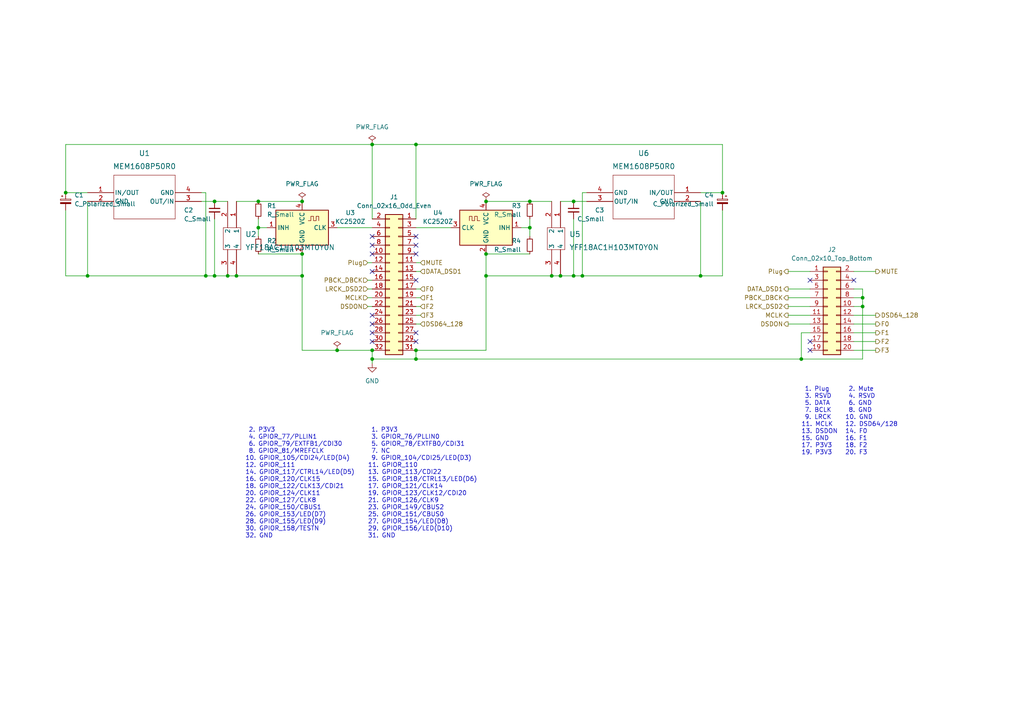
<source format=kicad_sch>
(kicad_sch (version 20211123) (generator eeschema)

  (uuid 8707d542-fa16-43e6-95b8-b13f4877afd6)

  (paper "A4")

  (lib_symbols
    (symbol "C_Feed_1608:YFF18AC1H103MT0Y0N" (pin_names (offset 0.254)) (in_bom yes) (on_board yes)
      (property "Reference" "U" (id 0) (at 11.43 6.35 0)
        (effects (font (size 1.524 1.524)))
      )
      (property "Value" "YFF18AC1H103MT0Y0N" (id 1) (at 11.43 3.81 0)
        (effects (font (size 1.524 1.524)))
      )
      (property "Footprint" "FEED_T0Y0N_TDK" (id 2) (at 0 0 0)
        (effects (font (size 1.27 1.27) italic) hide)
      )
      (property "Datasheet" "YFF18AC1H103MT0Y0N" (id 3) (at 0 0 0)
        (effects (font (size 1.27 1.27) italic) hide)
      )
      (property "ki_locked" "" (id 4) (at 0 0 0)
        (effects (font (size 1.27 1.27)))
      )
      (property "ki_keywords" "YFF18AC1H103MT0Y0N" (id 5) (at 0 0 0)
        (effects (font (size 1.27 1.27)) hide)
      )
      (property "ki_fp_filters" "FEED_T0Y0N_TDK FEED_T0Y0N_TDK-M FEED_T0Y0N_TDK-L" (id 6) (at 0 0 0)
        (effects (font (size 1.27 1.27)) hide)
      )
      (symbol "YFF18AC1H103MT0Y0N_0_1"
        (polyline
          (pts
            (xy 7.62 -3.81)
            (xy 13.97 -3.81)
          )
          (stroke (width 0.127) (type default) (color 0 0 0 0))
          (fill (type none))
        )
        (polyline
          (pts
            (xy 7.62 1.27)
            (xy 7.62 -3.81)
          )
          (stroke (width 0.127) (type default) (color 0 0 0 0))
          (fill (type none))
        )
        (polyline
          (pts
            (xy 13.97 -3.81)
            (xy 13.97 1.27)
          )
          (stroke (width 0.127) (type default) (color 0 0 0 0))
          (fill (type none))
        )
        (polyline
          (pts
            (xy 13.97 1.27)
            (xy 7.62 1.27)
          )
          (stroke (width 0.127) (type default) (color 0 0 0 0))
          (fill (type none))
        )
        (pin passive line (at 0 0 0) (length 7.62)
          (name "1" (effects (font (size 1.27 1.27))))
          (number "1" (effects (font (size 1.27 1.27))))
        )
        (pin passive line (at 0 -2.54 0) (length 7.62)
          (name "2" (effects (font (size 1.27 1.27))))
          (number "2" (effects (font (size 1.27 1.27))))
        )
        (pin passive line (at 21.59 -2.54 180) (length 7.62)
          (name "3" (effects (font (size 1.27 1.27))))
          (number "3" (effects (font (size 1.27 1.27))))
        )
        (pin passive line (at 21.59 0 180) (length 7.62)
          (name "4" (effects (font (size 1.27 1.27))))
          (number "4" (effects (font (size 1.27 1.27))))
        )
      )
    )
    (symbol "Connector_Generic:Conn_02x10_Odd_Even" (pin_names (offset 1.016) hide) (in_bom yes) (on_board yes)
      (property "Reference" "J" (id 0) (at 1.27 12.7 0)
        (effects (font (size 1.27 1.27)))
      )
      (property "Value" "Conn_02x10_Odd_Even" (id 1) (at 1.27 -15.24 0)
        (effects (font (size 1.27 1.27)))
      )
      (property "Footprint" "" (id 2) (at 0 0 0)
        (effects (font (size 1.27 1.27)) hide)
      )
      (property "Datasheet" "~" (id 3) (at 0 0 0)
        (effects (font (size 1.27 1.27)) hide)
      )
      (property "ki_keywords" "connector" (id 4) (at 0 0 0)
        (effects (font (size 1.27 1.27)) hide)
      )
      (property "ki_description" "Generic connector, double row, 02x10, odd/even pin numbering scheme (row 1 odd numbers, row 2 even numbers), script generated (kicad-library-utils/schlib/autogen/connector/)" (id 5) (at 0 0 0)
        (effects (font (size 1.27 1.27)) hide)
      )
      (property "ki_fp_filters" "Connector*:*_2x??_*" (id 6) (at 0 0 0)
        (effects (font (size 1.27 1.27)) hide)
      )
      (symbol "Conn_02x10_Odd_Even_1_1"
        (rectangle (start -1.27 -12.573) (end 0 -12.827)
          (stroke (width 0.1524) (type default) (color 0 0 0 0))
          (fill (type none))
        )
        (rectangle (start -1.27 -10.033) (end 0 -10.287)
          (stroke (width 0.1524) (type default) (color 0 0 0 0))
          (fill (type none))
        )
        (rectangle (start -1.27 -7.493) (end 0 -7.747)
          (stroke (width 0.1524) (type default) (color 0 0 0 0))
          (fill (type none))
        )
        (rectangle (start -1.27 -4.953) (end 0 -5.207)
          (stroke (width 0.1524) (type default) (color 0 0 0 0))
          (fill (type none))
        )
        (rectangle (start -1.27 -2.413) (end 0 -2.667)
          (stroke (width 0.1524) (type default) (color 0 0 0 0))
          (fill (type none))
        )
        (rectangle (start -1.27 0.127) (end 0 -0.127)
          (stroke (width 0.1524) (type default) (color 0 0 0 0))
          (fill (type none))
        )
        (rectangle (start -1.27 2.667) (end 0 2.413)
          (stroke (width 0.1524) (type default) (color 0 0 0 0))
          (fill (type none))
        )
        (rectangle (start -1.27 5.207) (end 0 4.953)
          (stroke (width 0.1524) (type default) (color 0 0 0 0))
          (fill (type none))
        )
        (rectangle (start -1.27 7.747) (end 0 7.493)
          (stroke (width 0.1524) (type default) (color 0 0 0 0))
          (fill (type none))
        )
        (rectangle (start -1.27 10.287) (end 0 10.033)
          (stroke (width 0.1524) (type default) (color 0 0 0 0))
          (fill (type none))
        )
        (rectangle (start -1.27 11.43) (end 3.81 -13.97)
          (stroke (width 0.254) (type default) (color 0 0 0 0))
          (fill (type background))
        )
        (rectangle (start 3.81 -12.573) (end 2.54 -12.827)
          (stroke (width 0.1524) (type default) (color 0 0 0 0))
          (fill (type none))
        )
        (rectangle (start 3.81 -10.033) (end 2.54 -10.287)
          (stroke (width 0.1524) (type default) (color 0 0 0 0))
          (fill (type none))
        )
        (rectangle (start 3.81 -7.493) (end 2.54 -7.747)
          (stroke (width 0.1524) (type default) (color 0 0 0 0))
          (fill (type none))
        )
        (rectangle (start 3.81 -4.953) (end 2.54 -5.207)
          (stroke (width 0.1524) (type default) (color 0 0 0 0))
          (fill (type none))
        )
        (rectangle (start 3.81 -2.413) (end 2.54 -2.667)
          (stroke (width 0.1524) (type default) (color 0 0 0 0))
          (fill (type none))
        )
        (rectangle (start 3.81 0.127) (end 2.54 -0.127)
          (stroke (width 0.1524) (type default) (color 0 0 0 0))
          (fill (type none))
        )
        (rectangle (start 3.81 2.667) (end 2.54 2.413)
          (stroke (width 0.1524) (type default) (color 0 0 0 0))
          (fill (type none))
        )
        (rectangle (start 3.81 5.207) (end 2.54 4.953)
          (stroke (width 0.1524) (type default) (color 0 0 0 0))
          (fill (type none))
        )
        (rectangle (start 3.81 7.747) (end 2.54 7.493)
          (stroke (width 0.1524) (type default) (color 0 0 0 0))
          (fill (type none))
        )
        (rectangle (start 3.81 10.287) (end 2.54 10.033)
          (stroke (width 0.1524) (type default) (color 0 0 0 0))
          (fill (type none))
        )
        (pin passive line (at -5.08 10.16 0) (length 3.81)
          (name "Pin_1" (effects (font (size 1.27 1.27))))
          (number "1" (effects (font (size 1.27 1.27))))
        )
        (pin passive line (at 7.62 0 180) (length 3.81)
          (name "Pin_10" (effects (font (size 1.27 1.27))))
          (number "10" (effects (font (size 1.27 1.27))))
        )
        (pin passive line (at -5.08 -2.54 0) (length 3.81)
          (name "Pin_11" (effects (font (size 1.27 1.27))))
          (number "11" (effects (font (size 1.27 1.27))))
        )
        (pin passive line (at 7.62 -2.54 180) (length 3.81)
          (name "Pin_12" (effects (font (size 1.27 1.27))))
          (number "12" (effects (font (size 1.27 1.27))))
        )
        (pin passive line (at -5.08 -5.08 0) (length 3.81)
          (name "Pin_13" (effects (font (size 1.27 1.27))))
          (number "13" (effects (font (size 1.27 1.27))))
        )
        (pin passive line (at 7.62 -5.08 180) (length 3.81)
          (name "Pin_14" (effects (font (size 1.27 1.27))))
          (number "14" (effects (font (size 1.27 1.27))))
        )
        (pin passive line (at -5.08 -7.62 0) (length 3.81)
          (name "Pin_15" (effects (font (size 1.27 1.27))))
          (number "15" (effects (font (size 1.27 1.27))))
        )
        (pin passive line (at 7.62 -7.62 180) (length 3.81)
          (name "Pin_16" (effects (font (size 1.27 1.27))))
          (number "16" (effects (font (size 1.27 1.27))))
        )
        (pin passive line (at -5.08 -10.16 0) (length 3.81)
          (name "Pin_17" (effects (font (size 1.27 1.27))))
          (number "17" (effects (font (size 1.27 1.27))))
        )
        (pin passive line (at 7.62 -10.16 180) (length 3.81)
          (name "Pin_18" (effects (font (size 1.27 1.27))))
          (number "18" (effects (font (size 1.27 1.27))))
        )
        (pin passive line (at -5.08 -12.7 0) (length 3.81)
          (name "Pin_19" (effects (font (size 1.27 1.27))))
          (number "19" (effects (font (size 1.27 1.27))))
        )
        (pin passive line (at 7.62 10.16 180) (length 3.81)
          (name "Pin_2" (effects (font (size 1.27 1.27))))
          (number "2" (effects (font (size 1.27 1.27))))
        )
        (pin passive line (at 7.62 -12.7 180) (length 3.81)
          (name "Pin_20" (effects (font (size 1.27 1.27))))
          (number "20" (effects (font (size 1.27 1.27))))
        )
        (pin passive line (at -5.08 7.62 0) (length 3.81)
          (name "Pin_3" (effects (font (size 1.27 1.27))))
          (number "3" (effects (font (size 1.27 1.27))))
        )
        (pin passive line (at 7.62 7.62 180) (length 3.81)
          (name "Pin_4" (effects (font (size 1.27 1.27))))
          (number "4" (effects (font (size 1.27 1.27))))
        )
        (pin passive line (at -5.08 5.08 0) (length 3.81)
          (name "Pin_5" (effects (font (size 1.27 1.27))))
          (number "5" (effects (font (size 1.27 1.27))))
        )
        (pin passive line (at 7.62 5.08 180) (length 3.81)
          (name "Pin_6" (effects (font (size 1.27 1.27))))
          (number "6" (effects (font (size 1.27 1.27))))
        )
        (pin passive line (at -5.08 2.54 0) (length 3.81)
          (name "Pin_7" (effects (font (size 1.27 1.27))))
          (number "7" (effects (font (size 1.27 1.27))))
        )
        (pin passive line (at 7.62 2.54 180) (length 3.81)
          (name "Pin_8" (effects (font (size 1.27 1.27))))
          (number "8" (effects (font (size 1.27 1.27))))
        )
        (pin passive line (at -5.08 0 0) (length 3.81)
          (name "Pin_9" (effects (font (size 1.27 1.27))))
          (number "9" (effects (font (size 1.27 1.27))))
        )
      )
    )
    (symbol "Connector_Generic:Conn_02x16_Odd_Even" (pin_names (offset 1.016) hide) (in_bom yes) (on_board yes)
      (property "Reference" "J" (id 0) (at 1.27 20.32 0)
        (effects (font (size 1.27 1.27)))
      )
      (property "Value" "Conn_02x16_Odd_Even" (id 1) (at 1.27 -22.86 0)
        (effects (font (size 1.27 1.27)))
      )
      (property "Footprint" "" (id 2) (at 0 0 0)
        (effects (font (size 1.27 1.27)) hide)
      )
      (property "Datasheet" "~" (id 3) (at 0 0 0)
        (effects (font (size 1.27 1.27)) hide)
      )
      (property "ki_keywords" "connector" (id 4) (at 0 0 0)
        (effects (font (size 1.27 1.27)) hide)
      )
      (property "ki_description" "Generic connector, double row, 02x16, odd/even pin numbering scheme (row 1 odd numbers, row 2 even numbers), script generated (kicad-library-utils/schlib/autogen/connector/)" (id 5) (at 0 0 0)
        (effects (font (size 1.27 1.27)) hide)
      )
      (property "ki_fp_filters" "Connector*:*_2x??_*" (id 6) (at 0 0 0)
        (effects (font (size 1.27 1.27)) hide)
      )
      (symbol "Conn_02x16_Odd_Even_1_1"
        (rectangle (start -1.27 -20.193) (end 0 -20.447)
          (stroke (width 0.1524) (type default) (color 0 0 0 0))
          (fill (type none))
        )
        (rectangle (start -1.27 -17.653) (end 0 -17.907)
          (stroke (width 0.1524) (type default) (color 0 0 0 0))
          (fill (type none))
        )
        (rectangle (start -1.27 -15.113) (end 0 -15.367)
          (stroke (width 0.1524) (type default) (color 0 0 0 0))
          (fill (type none))
        )
        (rectangle (start -1.27 -12.573) (end 0 -12.827)
          (stroke (width 0.1524) (type default) (color 0 0 0 0))
          (fill (type none))
        )
        (rectangle (start -1.27 -10.033) (end 0 -10.287)
          (stroke (width 0.1524) (type default) (color 0 0 0 0))
          (fill (type none))
        )
        (rectangle (start -1.27 -7.493) (end 0 -7.747)
          (stroke (width 0.1524) (type default) (color 0 0 0 0))
          (fill (type none))
        )
        (rectangle (start -1.27 -4.953) (end 0 -5.207)
          (stroke (width 0.1524) (type default) (color 0 0 0 0))
          (fill (type none))
        )
        (rectangle (start -1.27 -2.413) (end 0 -2.667)
          (stroke (width 0.1524) (type default) (color 0 0 0 0))
          (fill (type none))
        )
        (rectangle (start -1.27 0.127) (end 0 -0.127)
          (stroke (width 0.1524) (type default) (color 0 0 0 0))
          (fill (type none))
        )
        (rectangle (start -1.27 2.667) (end 0 2.413)
          (stroke (width 0.1524) (type default) (color 0 0 0 0))
          (fill (type none))
        )
        (rectangle (start -1.27 5.207) (end 0 4.953)
          (stroke (width 0.1524) (type default) (color 0 0 0 0))
          (fill (type none))
        )
        (rectangle (start -1.27 7.747) (end 0 7.493)
          (stroke (width 0.1524) (type default) (color 0 0 0 0))
          (fill (type none))
        )
        (rectangle (start -1.27 10.287) (end 0 10.033)
          (stroke (width 0.1524) (type default) (color 0 0 0 0))
          (fill (type none))
        )
        (rectangle (start -1.27 12.827) (end 0 12.573)
          (stroke (width 0.1524) (type default) (color 0 0 0 0))
          (fill (type none))
        )
        (rectangle (start -1.27 15.367) (end 0 15.113)
          (stroke (width 0.1524) (type default) (color 0 0 0 0))
          (fill (type none))
        )
        (rectangle (start -1.27 17.907) (end 0 17.653)
          (stroke (width 0.1524) (type default) (color 0 0 0 0))
          (fill (type none))
        )
        (rectangle (start -1.27 19.05) (end 3.81 -21.59)
          (stroke (width 0.254) (type default) (color 0 0 0 0))
          (fill (type background))
        )
        (rectangle (start 3.81 -20.193) (end 2.54 -20.447)
          (stroke (width 0.1524) (type default) (color 0 0 0 0))
          (fill (type none))
        )
        (rectangle (start 3.81 -17.653) (end 2.54 -17.907)
          (stroke (width 0.1524) (type default) (color 0 0 0 0))
          (fill (type none))
        )
        (rectangle (start 3.81 -15.113) (end 2.54 -15.367)
          (stroke (width 0.1524) (type default) (color 0 0 0 0))
          (fill (type none))
        )
        (rectangle (start 3.81 -12.573) (end 2.54 -12.827)
          (stroke (width 0.1524) (type default) (color 0 0 0 0))
          (fill (type none))
        )
        (rectangle (start 3.81 -10.033) (end 2.54 -10.287)
          (stroke (width 0.1524) (type default) (color 0 0 0 0))
          (fill (type none))
        )
        (rectangle (start 3.81 -7.493) (end 2.54 -7.747)
          (stroke (width 0.1524) (type default) (color 0 0 0 0))
          (fill (type none))
        )
        (rectangle (start 3.81 -4.953) (end 2.54 -5.207)
          (stroke (width 0.1524) (type default) (color 0 0 0 0))
          (fill (type none))
        )
        (rectangle (start 3.81 -2.413) (end 2.54 -2.667)
          (stroke (width 0.1524) (type default) (color 0 0 0 0))
          (fill (type none))
        )
        (rectangle (start 3.81 0.127) (end 2.54 -0.127)
          (stroke (width 0.1524) (type default) (color 0 0 0 0))
          (fill (type none))
        )
        (rectangle (start 3.81 2.667) (end 2.54 2.413)
          (stroke (width 0.1524) (type default) (color 0 0 0 0))
          (fill (type none))
        )
        (rectangle (start 3.81 5.207) (end 2.54 4.953)
          (stroke (width 0.1524) (type default) (color 0 0 0 0))
          (fill (type none))
        )
        (rectangle (start 3.81 7.747) (end 2.54 7.493)
          (stroke (width 0.1524) (type default) (color 0 0 0 0))
          (fill (type none))
        )
        (rectangle (start 3.81 10.287) (end 2.54 10.033)
          (stroke (width 0.1524) (type default) (color 0 0 0 0))
          (fill (type none))
        )
        (rectangle (start 3.81 12.827) (end 2.54 12.573)
          (stroke (width 0.1524) (type default) (color 0 0 0 0))
          (fill (type none))
        )
        (rectangle (start 3.81 15.367) (end 2.54 15.113)
          (stroke (width 0.1524) (type default) (color 0 0 0 0))
          (fill (type none))
        )
        (rectangle (start 3.81 17.907) (end 2.54 17.653)
          (stroke (width 0.1524) (type default) (color 0 0 0 0))
          (fill (type none))
        )
        (pin passive line (at -5.08 17.78 0) (length 3.81)
          (name "Pin_1" (effects (font (size 1.27 1.27))))
          (number "1" (effects (font (size 1.27 1.27))))
        )
        (pin passive line (at 7.62 7.62 180) (length 3.81)
          (name "Pin_10" (effects (font (size 1.27 1.27))))
          (number "10" (effects (font (size 1.27 1.27))))
        )
        (pin passive line (at -5.08 5.08 0) (length 3.81)
          (name "Pin_11" (effects (font (size 1.27 1.27))))
          (number "11" (effects (font (size 1.27 1.27))))
        )
        (pin passive line (at 7.62 5.08 180) (length 3.81)
          (name "Pin_12" (effects (font (size 1.27 1.27))))
          (number "12" (effects (font (size 1.27 1.27))))
        )
        (pin passive line (at -5.08 2.54 0) (length 3.81)
          (name "Pin_13" (effects (font (size 1.27 1.27))))
          (number "13" (effects (font (size 1.27 1.27))))
        )
        (pin passive line (at 7.62 2.54 180) (length 3.81)
          (name "Pin_14" (effects (font (size 1.27 1.27))))
          (number "14" (effects (font (size 1.27 1.27))))
        )
        (pin passive line (at -5.08 0 0) (length 3.81)
          (name "Pin_15" (effects (font (size 1.27 1.27))))
          (number "15" (effects (font (size 1.27 1.27))))
        )
        (pin passive line (at 7.62 0 180) (length 3.81)
          (name "Pin_16" (effects (font (size 1.27 1.27))))
          (number "16" (effects (font (size 1.27 1.27))))
        )
        (pin passive line (at -5.08 -2.54 0) (length 3.81)
          (name "Pin_17" (effects (font (size 1.27 1.27))))
          (number "17" (effects (font (size 1.27 1.27))))
        )
        (pin passive line (at 7.62 -2.54 180) (length 3.81)
          (name "Pin_18" (effects (font (size 1.27 1.27))))
          (number "18" (effects (font (size 1.27 1.27))))
        )
        (pin passive line (at -5.08 -5.08 0) (length 3.81)
          (name "Pin_19" (effects (font (size 1.27 1.27))))
          (number "19" (effects (font (size 1.27 1.27))))
        )
        (pin passive line (at 7.62 17.78 180) (length 3.81)
          (name "Pin_2" (effects (font (size 1.27 1.27))))
          (number "2" (effects (font (size 1.27 1.27))))
        )
        (pin passive line (at 7.62 -5.08 180) (length 3.81)
          (name "Pin_20" (effects (font (size 1.27 1.27))))
          (number "20" (effects (font (size 1.27 1.27))))
        )
        (pin passive line (at -5.08 -7.62 0) (length 3.81)
          (name "Pin_21" (effects (font (size 1.27 1.27))))
          (number "21" (effects (font (size 1.27 1.27))))
        )
        (pin passive line (at 7.62 -7.62 180) (length 3.81)
          (name "Pin_22" (effects (font (size 1.27 1.27))))
          (number "22" (effects (font (size 1.27 1.27))))
        )
        (pin passive line (at -5.08 -10.16 0) (length 3.81)
          (name "Pin_23" (effects (font (size 1.27 1.27))))
          (number "23" (effects (font (size 1.27 1.27))))
        )
        (pin passive line (at 7.62 -10.16 180) (length 3.81)
          (name "Pin_24" (effects (font (size 1.27 1.27))))
          (number "24" (effects (font (size 1.27 1.27))))
        )
        (pin passive line (at -5.08 -12.7 0) (length 3.81)
          (name "Pin_25" (effects (font (size 1.27 1.27))))
          (number "25" (effects (font (size 1.27 1.27))))
        )
        (pin passive line (at 7.62 -12.7 180) (length 3.81)
          (name "Pin_26" (effects (font (size 1.27 1.27))))
          (number "26" (effects (font (size 1.27 1.27))))
        )
        (pin passive line (at -5.08 -15.24 0) (length 3.81)
          (name "Pin_27" (effects (font (size 1.27 1.27))))
          (number "27" (effects (font (size 1.27 1.27))))
        )
        (pin passive line (at 7.62 -15.24 180) (length 3.81)
          (name "Pin_28" (effects (font (size 1.27 1.27))))
          (number "28" (effects (font (size 1.27 1.27))))
        )
        (pin passive line (at -5.08 -17.78 0) (length 3.81)
          (name "Pin_29" (effects (font (size 1.27 1.27))))
          (number "29" (effects (font (size 1.27 1.27))))
        )
        (pin passive line (at -5.08 15.24 0) (length 3.81)
          (name "Pin_3" (effects (font (size 1.27 1.27))))
          (number "3" (effects (font (size 1.27 1.27))))
        )
        (pin passive line (at 7.62 -17.78 180) (length 3.81)
          (name "Pin_30" (effects (font (size 1.27 1.27))))
          (number "30" (effects (font (size 1.27 1.27))))
        )
        (pin passive line (at -5.08 -20.32 0) (length 3.81)
          (name "Pin_31" (effects (font (size 1.27 1.27))))
          (number "31" (effects (font (size 1.27 1.27))))
        )
        (pin passive line (at 7.62 -20.32 180) (length 3.81)
          (name "Pin_32" (effects (font (size 1.27 1.27))))
          (number "32" (effects (font (size 1.27 1.27))))
        )
        (pin passive line (at 7.62 15.24 180) (length 3.81)
          (name "Pin_4" (effects (font (size 1.27 1.27))))
          (number "4" (effects (font (size 1.27 1.27))))
        )
        (pin passive line (at -5.08 12.7 0) (length 3.81)
          (name "Pin_5" (effects (font (size 1.27 1.27))))
          (number "5" (effects (font (size 1.27 1.27))))
        )
        (pin passive line (at 7.62 12.7 180) (length 3.81)
          (name "Pin_6" (effects (font (size 1.27 1.27))))
          (number "6" (effects (font (size 1.27 1.27))))
        )
        (pin passive line (at -5.08 10.16 0) (length 3.81)
          (name "Pin_7" (effects (font (size 1.27 1.27))))
          (number "7" (effects (font (size 1.27 1.27))))
        )
        (pin passive line (at 7.62 10.16 180) (length 3.81)
          (name "Pin_8" (effects (font (size 1.27 1.27))))
          (number "8" (effects (font (size 1.27 1.27))))
        )
        (pin passive line (at -5.08 7.62 0) (length 3.81)
          (name "Pin_9" (effects (font (size 1.27 1.27))))
          (number "9" (effects (font (size 1.27 1.27))))
        )
      )
    )
    (symbol "Device:C_Polarized_Small" (pin_numbers hide) (pin_names (offset 0.254) hide) (in_bom yes) (on_board yes)
      (property "Reference" "C" (id 0) (at 0.254 1.778 0)
        (effects (font (size 1.27 1.27)) (justify left))
      )
      (property "Value" "C_Polarized_Small" (id 1) (at 0.254 -2.032 0)
        (effects (font (size 1.27 1.27)) (justify left))
      )
      (property "Footprint" "" (id 2) (at 0 0 0)
        (effects (font (size 1.27 1.27)) hide)
      )
      (property "Datasheet" "~" (id 3) (at 0 0 0)
        (effects (font (size 1.27 1.27)) hide)
      )
      (property "ki_keywords" "cap capacitor" (id 4) (at 0 0 0)
        (effects (font (size 1.27 1.27)) hide)
      )
      (property "ki_description" "Polarized capacitor, small symbol" (id 5) (at 0 0 0)
        (effects (font (size 1.27 1.27)) hide)
      )
      (property "ki_fp_filters" "CP_*" (id 6) (at 0 0 0)
        (effects (font (size 1.27 1.27)) hide)
      )
      (symbol "C_Polarized_Small_0_1"
        (rectangle (start -1.524 -0.3048) (end 1.524 -0.6858)
          (stroke (width 0) (type default) (color 0 0 0 0))
          (fill (type outline))
        )
        (rectangle (start -1.524 0.6858) (end 1.524 0.3048)
          (stroke (width 0) (type default) (color 0 0 0 0))
          (fill (type none))
        )
        (polyline
          (pts
            (xy -1.27 1.524)
            (xy -0.762 1.524)
          )
          (stroke (width 0) (type default) (color 0 0 0 0))
          (fill (type none))
        )
        (polyline
          (pts
            (xy -1.016 1.27)
            (xy -1.016 1.778)
          )
          (stroke (width 0) (type default) (color 0 0 0 0))
          (fill (type none))
        )
      )
      (symbol "C_Polarized_Small_1_1"
        (pin passive line (at 0 2.54 270) (length 1.8542)
          (name "~" (effects (font (size 1.27 1.27))))
          (number "1" (effects (font (size 1.27 1.27))))
        )
        (pin passive line (at 0 -2.54 90) (length 1.8542)
          (name "~" (effects (font (size 1.27 1.27))))
          (number "2" (effects (font (size 1.27 1.27))))
        )
      )
    )
    (symbol "Device:C_Small" (pin_numbers hide) (pin_names (offset 0.254) hide) (in_bom yes) (on_board yes)
      (property "Reference" "C" (id 0) (at 0.254 1.778 0)
        (effects (font (size 1.27 1.27)) (justify left))
      )
      (property "Value" "C_Small" (id 1) (at 0.254 -2.032 0)
        (effects (font (size 1.27 1.27)) (justify left))
      )
      (property "Footprint" "" (id 2) (at 0 0 0)
        (effects (font (size 1.27 1.27)) hide)
      )
      (property "Datasheet" "~" (id 3) (at 0 0 0)
        (effects (font (size 1.27 1.27)) hide)
      )
      (property "ki_keywords" "capacitor cap" (id 4) (at 0 0 0)
        (effects (font (size 1.27 1.27)) hide)
      )
      (property "ki_description" "Unpolarized capacitor, small symbol" (id 5) (at 0 0 0)
        (effects (font (size 1.27 1.27)) hide)
      )
      (property "ki_fp_filters" "C_*" (id 6) (at 0 0 0)
        (effects (font (size 1.27 1.27)) hide)
      )
      (symbol "C_Small_0_1"
        (polyline
          (pts
            (xy -1.524 -0.508)
            (xy 1.524 -0.508)
          )
          (stroke (width 0.3302) (type default) (color 0 0 0 0))
          (fill (type none))
        )
        (polyline
          (pts
            (xy -1.524 0.508)
            (xy 1.524 0.508)
          )
          (stroke (width 0.3048) (type default) (color 0 0 0 0))
          (fill (type none))
        )
      )
      (symbol "C_Small_1_1"
        (pin passive line (at 0 2.54 270) (length 2.032)
          (name "~" (effects (font (size 1.27 1.27))))
          (number "1" (effects (font (size 1.27 1.27))))
        )
        (pin passive line (at 0 -2.54 90) (length 2.032)
          (name "~" (effects (font (size 1.27 1.27))))
          (number "2" (effects (font (size 1.27 1.27))))
        )
      )
    )
    (symbol "Device:R_Small" (pin_numbers hide) (pin_names (offset 0.254) hide) (in_bom yes) (on_board yes)
      (property "Reference" "R" (id 0) (at 0.762 0.508 0)
        (effects (font (size 1.27 1.27)) (justify left))
      )
      (property "Value" "R_Small" (id 1) (at 0.762 -1.016 0)
        (effects (font (size 1.27 1.27)) (justify left))
      )
      (property "Footprint" "" (id 2) (at 0 0 0)
        (effects (font (size 1.27 1.27)) hide)
      )
      (property "Datasheet" "~" (id 3) (at 0 0 0)
        (effects (font (size 1.27 1.27)) hide)
      )
      (property "ki_keywords" "R resistor" (id 4) (at 0 0 0)
        (effects (font (size 1.27 1.27)) hide)
      )
      (property "ki_description" "Resistor, small symbol" (id 5) (at 0 0 0)
        (effects (font (size 1.27 1.27)) hide)
      )
      (property "ki_fp_filters" "R_*" (id 6) (at 0 0 0)
        (effects (font (size 1.27 1.27)) hide)
      )
      (symbol "R_Small_0_1"
        (rectangle (start -0.762 1.778) (end 0.762 -1.778)
          (stroke (width 0.2032) (type default) (color 0 0 0 0))
          (fill (type none))
        )
      )
      (symbol "R_Small_1_1"
        (pin passive line (at 0 2.54 270) (length 0.762)
          (name "~" (effects (font (size 1.27 1.27))))
          (number "1" (effects (font (size 1.27 1.27))))
        )
        (pin passive line (at 0 -2.54 90) (length 0.762)
          (name "~" (effects (font (size 1.27 1.27))))
          (number "2" (effects (font (size 1.27 1.27))))
        )
      )
    )
    (symbol "MEM1608:MEM1608P50R0" (pin_names (offset 0.254)) (in_bom yes) (on_board yes)
      (property "Reference" "U" (id 0) (at 16.51 10.16 0)
        (effects (font (size 1.524 1.524)))
      )
      (property "Value" "MEM1608P50R0" (id 1) (at 16.51 7.62 0)
        (effects (font (size 1.524 1.524)))
      )
      (property "Footprint" "MEM-4_2P0X1P25" (id 2) (at 0 0 0)
        (effects (font (size 1.27 1.27) italic) hide)
      )
      (property "Datasheet" "MEM1608P50R0" (id 3) (at 0 0 0)
        (effects (font (size 1.27 1.27) italic) hide)
      )
      (property "ki_locked" "" (id 4) (at 0 0 0)
        (effects (font (size 1.27 1.27)))
      )
      (property "ki_keywords" "MEM1608P50R0" (id 5) (at 0 0 0)
        (effects (font (size 1.27 1.27)) hide)
      )
      (property "ki_fp_filters" "MEM-4_2P0X1P25 MEM-4_2P0X1P25-M MEM-4_2P0X1P25-L" (id 6) (at 0 0 0)
        (effects (font (size 1.27 1.27)) hide)
      )
      (symbol "MEM1608P50R0_0_1"
        (polyline
          (pts
            (xy 7.62 -7.62)
            (xy 25.4 -7.62)
          )
          (stroke (width 0.127) (type default) (color 0 0 0 0))
          (fill (type none))
        )
        (polyline
          (pts
            (xy 7.62 5.08)
            (xy 7.62 -7.62)
          )
          (stroke (width 0.127) (type default) (color 0 0 0 0))
          (fill (type none))
        )
        (polyline
          (pts
            (xy 25.4 -7.62)
            (xy 25.4 5.08)
          )
          (stroke (width 0.127) (type default) (color 0 0 0 0))
          (fill (type none))
        )
        (polyline
          (pts
            (xy 25.4 5.08)
            (xy 7.62 5.08)
          )
          (stroke (width 0.127) (type default) (color 0 0 0 0))
          (fill (type none))
        )
        (pin bidirectional line (at 0 0 0) (length 7.62)
          (name "IN/OUT" (effects (font (size 1.27 1.27))))
          (number "1" (effects (font (size 1.27 1.27))))
        )
        (pin power_in line (at 0 -2.54 0) (length 7.62)
          (name "GND" (effects (font (size 1.27 1.27))))
          (number "2" (effects (font (size 1.27 1.27))))
        )
        (pin bidirectional line (at 33.02 -2.54 180) (length 7.62)
          (name "OUT/IN" (effects (font (size 1.27 1.27))))
          (number "3" (effects (font (size 1.27 1.27))))
        )
        (pin power_in line (at 33.02 0 180) (length 7.62)
          (name "GND" (effects (font (size 1.27 1.27))))
          (number "4" (effects (font (size 1.27 1.27))))
        )
      )
    )
    (symbol "Oscillator:KC2520Z" (in_bom yes) (on_board yes)
      (property "Reference" "U" (id 0) (at 2.54 12.7 0)
        (effects (font (size 1.27 1.27)))
      )
      (property "Value" "KC2520Z" (id 1) (at 6.35 10.16 0)
        (effects (font (size 1.27 1.27)))
      )
      (property "Footprint" "Oscillator:Oscillator_SMD_Kyocera_KC2520Z-4Pin_2.5x2.0mm" (id 2) (at 3.81 3.81 0)
        (effects (font (size 1.27 1.27)) hide)
      )
      (property "Datasheet" "https://global.kyocera.com/prdct/electro/product/pdf/clock_z_xz_e.pdf" (id 3) (at 3.81 3.81 0)
        (effects (font (size 1.27 1.27)) hide)
      )
      (property "ki_keywords" "xo" (id 4) (at 0 0 0)
        (effects (font (size 1.27 1.27)) hide)
      )
      (property "ki_description" "1.8432MHz ~ 125MHz Crystal Oscillator" (id 5) (at 0 0 0)
        (effects (font (size 1.27 1.27)) hide)
      )
      (property "ki_fp_filters" "Oscillator*SMD*Kyocera*KC2520Z*2.5x2.0mm*" (id 6) (at 0 0 0)
        (effects (font (size 1.27 1.27)) hide)
      )
      (symbol "KC2520Z_0_1"
        (rectangle (start -7.62 5.08) (end 7.62 -5.08)
          (stroke (width 0.254) (type default) (color 0 0 0 0))
          (fill (type background))
        )
      )
      (symbol "KC2520Z_1_1"
        (polyline
          (pts
            (xy 1.778 2.032)
            (xy 2.54 2.032)
            (xy 2.54 3.302)
            (xy 3.302 3.302)
            (xy 3.302 2.032)
            (xy 4.064 2.032)
            (xy 4.064 3.302)
            (xy 4.826 3.302)
            (xy 4.826 2.032)
          )
          (stroke (width 0) (type default) (color 0 0 0 0))
          (fill (type none))
        )
        (pin input line (at -10.16 0 0) (length 2.54)
          (name "INH" (effects (font (size 1.27 1.27))))
          (number "1" (effects (font (size 1.27 1.27))))
        )
        (pin power_in line (at 0 -7.62 90) (length 2.54)
          (name "GND" (effects (font (size 1.27 1.27))))
          (number "2" (effects (font (size 1.27 1.27))))
        )
        (pin output line (at 10.16 0 180) (length 2.54)
          (name "CLK" (effects (font (size 1.27 1.27))))
          (number "3" (effects (font (size 1.27 1.27))))
        )
        (pin power_in line (at 0 7.62 270) (length 2.54)
          (name "VCC" (effects (font (size 1.27 1.27))))
          (number "4" (effects (font (size 1.27 1.27))))
        )
      )
    )
    (symbol "power:GND" (power) (pin_names (offset 0)) (in_bom yes) (on_board yes)
      (property "Reference" "#PWR" (id 0) (at 0 -6.35 0)
        (effects (font (size 1.27 1.27)) hide)
      )
      (property "Value" "GND" (id 1) (at 0 -3.81 0)
        (effects (font (size 1.27 1.27)))
      )
      (property "Footprint" "" (id 2) (at 0 0 0)
        (effects (font (size 1.27 1.27)) hide)
      )
      (property "Datasheet" "" (id 3) (at 0 0 0)
        (effects (font (size 1.27 1.27)) hide)
      )
      (property "ki_keywords" "global power" (id 4) (at 0 0 0)
        (effects (font (size 1.27 1.27)) hide)
      )
      (property "ki_description" "Power symbol creates a global label with name \"GND\" , ground" (id 5) (at 0 0 0)
        (effects (font (size 1.27 1.27)) hide)
      )
      (symbol "GND_0_1"
        (polyline
          (pts
            (xy 0 0)
            (xy 0 -1.27)
            (xy 1.27 -1.27)
            (xy 0 -2.54)
            (xy -1.27 -1.27)
            (xy 0 -1.27)
          )
          (stroke (width 0) (type default) (color 0 0 0 0))
          (fill (type none))
        )
      )
      (symbol "GND_1_1"
        (pin power_in line (at 0 0 270) (length 0) hide
          (name "GND" (effects (font (size 1.27 1.27))))
          (number "1" (effects (font (size 1.27 1.27))))
        )
      )
    )
    (symbol "power:PWR_FLAG" (power) (pin_numbers hide) (pin_names (offset 0) hide) (in_bom yes) (on_board yes)
      (property "Reference" "#FLG" (id 0) (at 0 1.905 0)
        (effects (font (size 1.27 1.27)) hide)
      )
      (property "Value" "PWR_FLAG" (id 1) (at 0 3.81 0)
        (effects (font (size 1.27 1.27)))
      )
      (property "Footprint" "" (id 2) (at 0 0 0)
        (effects (font (size 1.27 1.27)) hide)
      )
      (property "Datasheet" "~" (id 3) (at 0 0 0)
        (effects (font (size 1.27 1.27)) hide)
      )
      (property "ki_keywords" "flag power" (id 4) (at 0 0 0)
        (effects (font (size 1.27 1.27)) hide)
      )
      (property "ki_description" "Special symbol for telling ERC where power comes from" (id 5) (at 0 0 0)
        (effects (font (size 1.27 1.27)) hide)
      )
      (symbol "PWR_FLAG_0_0"
        (pin power_out line (at 0 0 90) (length 0)
          (name "pwr" (effects (font (size 1.27 1.27))))
          (number "1" (effects (font (size 1.27 1.27))))
        )
      )
      (symbol "PWR_FLAG_0_1"
        (polyline
          (pts
            (xy 0 0)
            (xy 0 1.27)
            (xy -1.016 1.905)
            (xy 0 2.54)
            (xy 1.016 1.905)
            (xy 0 1.27)
          )
          (stroke (width 0) (type default) (color 0 0 0 0))
          (fill (type none))
        )
      )
    )
  )

  (junction (at 74.93 58.42) (diameter 0) (color 0 0 0 0)
    (uuid 00d18cfd-62f8-4b71-9a53-6b0978c9c15f)
  )
  (junction (at 140.97 58.42) (diameter 0) (color 0 0 0 0)
    (uuid 0c2541b9-2872-4335-baf7-45fec7bea908)
  )
  (junction (at 107.95 41.91) (diameter 0) (color 0 0 0 0)
    (uuid 125cfe1f-5101-4303-98b6-8393b212b592)
  )
  (junction (at 107.95 101.6) (diameter 0) (color 0 0 0 0)
    (uuid 1648ebb0-c220-4a92-9750-70e22102f32e)
  )
  (junction (at 160.02 80.01) (diameter 0) (color 0 0 0 0)
    (uuid 1d538a7d-f82f-4802-a905-23398936500e)
  )
  (junction (at 66.04 80.01) (diameter 0) (color 0 0 0 0)
    (uuid 225b4e1b-4654-441c-88c7-dbe4912d162c)
  )
  (junction (at 166.37 80.01) (diameter 0) (color 0 0 0 0)
    (uuid 2a15e566-5736-4e3b-a41c-4a6d4e758200)
  )
  (junction (at 140.97 80.01) (diameter 0) (color 0 0 0 0)
    (uuid 2e4c2b0b-c842-4830-b7ff-3b30d8110419)
  )
  (junction (at 59.69 80.01) (diameter 0) (color 0 0 0 0)
    (uuid 31b34bea-f4f9-47e1-9840-cbf50c212a0d)
  )
  (junction (at 68.58 80.01) (diameter 0) (color 0 0 0 0)
    (uuid 34770ce8-bc68-42b4-99cf-15f9cd00cff9)
  )
  (junction (at 168.91 80.01) (diameter 0) (color 0 0 0 0)
    (uuid 44b41e83-1e52-4a96-92c0-1eae242e017a)
  )
  (junction (at 232.41 104.14) (diameter 0) (color 0 0 0 0)
    (uuid 5d141820-5b6e-49de-8344-04b7c52cf3c3)
  )
  (junction (at 107.95 104.14) (diameter 0) (color 0 0 0 0)
    (uuid 622e2e2c-4a74-4a52-8adc-6c70ed343aff)
  )
  (junction (at 153.67 58.42) (diameter 0) (color 0 0 0 0)
    (uuid 684f3397-11d6-4235-95ce-90b20f56e239)
  )
  (junction (at 25.4 80.01) (diameter 0) (color 0 0 0 0)
    (uuid 725690e3-ab68-473a-a30d-54375087a29e)
  )
  (junction (at 140.97 73.66) (diameter 0) (color 0 0 0 0)
    (uuid 75cef7d4-92e7-41e2-af63-837358c0d05e)
  )
  (junction (at 97.79 101.6) (diameter 0) (color 0 0 0 0)
    (uuid 7f0591ca-b01f-4246-8f90-d0c5639b1226)
  )
  (junction (at 203.2 80.01) (diameter 0) (color 0 0 0 0)
    (uuid 83a0a7c8-a06d-42e5-bac9-497b25c6ea5c)
  )
  (junction (at 250.19 86.36) (diameter 0) (color 0 0 0 0)
    (uuid 8ce382f6-8610-4ae1-9100-1583a4ffd4cd)
  )
  (junction (at 19.05 55.88) (diameter 0) (color 0 0 0 0)
    (uuid 8de60128-8d98-4888-9ba9-5c858e4b400c)
  )
  (junction (at 62.23 80.01) (diameter 0) (color 0 0 0 0)
    (uuid 914e703a-7bf0-42b0-970b-e7a91a2c01f9)
  )
  (junction (at 153.67 66.04) (diameter 0) (color 0 0 0 0)
    (uuid 9a7a2c3f-ca68-47c7-b7ea-d2af603eeda7)
  )
  (junction (at 250.19 88.9) (diameter 0) (color 0 0 0 0)
    (uuid 9dff5df4-7ce9-4dbf-9317-1dcc782b98e6)
  )
  (junction (at 87.63 73.66) (diameter 0) (color 0 0 0 0)
    (uuid a124069b-49b6-41cb-b0ba-b8b325d65068)
  )
  (junction (at 62.23 58.42) (diameter 0) (color 0 0 0 0)
    (uuid a6d0708b-d23a-409f-b2dd-0b6874e21cca)
  )
  (junction (at 74.93 66.04) (diameter 0) (color 0 0 0 0)
    (uuid b3e05f9d-3bfa-4f26-87d7-e89f0269b2ec)
  )
  (junction (at 120.65 101.6) (diameter 0) (color 0 0 0 0)
    (uuid c2414b03-d433-42ca-ab7b-6fd79cb2ce3c)
  )
  (junction (at 120.65 104.14) (diameter 0) (color 0 0 0 0)
    (uuid e73fda10-ce3b-4519-8cea-bbf7a25bbedf)
  )
  (junction (at 87.63 58.42) (diameter 0) (color 0 0 0 0)
    (uuid ea9e9e2d-2995-4e67-9e4f-d6eb3d0cc915)
  )
  (junction (at 166.37 58.42) (diameter 0) (color 0 0 0 0)
    (uuid eecc4d39-fc74-49ab-ad0c-7b54eb898fc0)
  )
  (junction (at 162.56 80.01) (diameter 0) (color 0 0 0 0)
    (uuid f437adaf-5e05-46c8-9896-b9f229e20ce2)
  )
  (junction (at 87.63 80.01) (diameter 0) (color 0 0 0 0)
    (uuid f98ab3fc-26bc-4e35-9d12-a96bc5e34302)
  )
  (junction (at 120.65 41.91) (diameter 0) (color 0 0 0 0)
    (uuid fc13001c-1988-415e-a5d5-507af21d266c)
  )
  (junction (at 209.55 55.88) (diameter 0) (color 0 0 0 0)
    (uuid fd74ed61-4d18-49a3-863b-bba91479683f)
  )

  (no_connect (at 120.65 96.52) (uuid 11f3ecd5-de4e-4a64-b420-7c537c6802a9))
  (no_connect (at 107.95 73.66) (uuid 1264d1ff-ba3f-4ba1-bc3d-2caa24b74217))
  (no_connect (at 107.95 68.58) (uuid 193fe1ed-e754-4cf7-b391-1f26b20035cb))
  (no_connect (at 120.65 73.66) (uuid 1e2b145b-0ffc-4616-9192-4a474f5006d1))
  (no_connect (at 120.65 81.28) (uuid 21419299-bbfc-44c8-8097-baabc18431eb))
  (no_connect (at 107.95 93.98) (uuid 28aad4d4-a36a-405a-b2b7-4f0a77884a21))
  (no_connect (at 120.65 68.58) (uuid 396da63c-bc08-48cf-9aff-19252df95b24))
  (no_connect (at 234.95 101.6) (uuid 464e6996-1159-46ec-9476-0954beeb2da9))
  (no_connect (at 107.95 91.44) (uuid 6cf3e646-3fee-4dcd-b1ed-9d4dda698b06))
  (no_connect (at 120.65 71.12) (uuid 7235cd43-6da3-42a5-9732-4b7a38cab01f))
  (no_connect (at 107.95 99.06) (uuid 72b0921b-5c71-4f42-9b05-d1b0e17fba24))
  (no_connect (at 234.95 81.28) (uuid 7f80bc46-05aa-4e84-8ed1-63a1f633e95d))
  (no_connect (at 107.95 96.52) (uuid 8308599b-5939-4c18-944e-7f1ab8e20ae0))
  (no_connect (at 107.95 78.74) (uuid c20af59b-7fec-4501-a5aa-d4f98286f948))
  (no_connect (at 120.65 99.06) (uuid d6c22525-1bdd-4094-9798-64857b9b9da6))
  (no_connect (at 107.95 71.12) (uuid e7a67694-4328-4965-ac25-dafa130ee2e3))
  (no_connect (at 247.65 81.28) (uuid fa36b39c-f2fb-4e68-af35-30b61117ec95))
  (no_connect (at 234.95 99.06) (uuid fd8c9cda-9253-483c-a699-e2827d64cb78))

  (wire (pts (xy 58.42 55.88) (xy 59.69 55.88))
    (stroke (width 0) (type default) (color 0 0 0 0))
    (uuid 046ed77d-f75e-45c6-b1fd-1882dfd1407f)
  )
  (wire (pts (xy 209.55 55.88) (xy 209.55 41.91))
    (stroke (width 0) (type default) (color 0 0 0 0))
    (uuid 07f7aeaa-c136-4a41-af03-237f688030de)
  )
  (wire (pts (xy 247.65 101.6) (xy 254 101.6))
    (stroke (width 0) (type default) (color 0 0 0 0))
    (uuid 080990ae-e427-4c0f-a4c9-a0d12f641ff1)
  )
  (wire (pts (xy 228.6 78.74) (xy 234.95 78.74))
    (stroke (width 0) (type default) (color 0 0 0 0))
    (uuid 09b23123-267e-403c-b4c0-021ec23e3191)
  )
  (wire (pts (xy 228.6 86.36) (xy 234.95 86.36))
    (stroke (width 0) (type default) (color 0 0 0 0))
    (uuid 146483e6-313b-4eba-b1b7-8e5534422f96)
  )
  (wire (pts (xy 209.55 55.88) (xy 203.2 55.88))
    (stroke (width 0) (type default) (color 0 0 0 0))
    (uuid 1751fea5-213f-47ab-9afd-1fe0fb73dbca)
  )
  (wire (pts (xy 87.63 73.66) (xy 87.63 80.01))
    (stroke (width 0) (type default) (color 0 0 0 0))
    (uuid 18eabf2d-59db-462c-923e-d3df102c35a6)
  )
  (wire (pts (xy 153.67 63.5) (xy 153.67 66.04))
    (stroke (width 0) (type default) (color 0 0 0 0))
    (uuid 1973f73e-32db-4257-9d59-5d13dfacd362)
  )
  (wire (pts (xy 120.65 104.14) (xy 232.41 104.14))
    (stroke (width 0) (type default) (color 0 0 0 0))
    (uuid 1fcb4aa7-0050-4a9e-a0c5-cb263344fb3e)
  )
  (wire (pts (xy 247.65 86.36) (xy 250.19 86.36))
    (stroke (width 0) (type default) (color 0 0 0 0))
    (uuid 251f5317-1086-47b6-bbe2-20b8f74943ba)
  )
  (wire (pts (xy 66.04 80.01) (xy 68.58 80.01))
    (stroke (width 0) (type default) (color 0 0 0 0))
    (uuid 2e07c255-f882-4ac7-ace8-572b56b21980)
  )
  (wire (pts (xy 247.65 88.9) (xy 250.19 88.9))
    (stroke (width 0) (type default) (color 0 0 0 0))
    (uuid 312b3c0e-f470-425e-94b9-43bb2330219e)
  )
  (wire (pts (xy 120.65 104.14) (xy 120.65 101.6))
    (stroke (width 0) (type default) (color 0 0 0 0))
    (uuid 3688fe7f-34d9-4ccb-bae5-5e9594dde09f)
  )
  (wire (pts (xy 250.19 104.14) (xy 250.19 88.9))
    (stroke (width 0) (type default) (color 0 0 0 0))
    (uuid 3830b979-9b97-48ba-b896-e3f29298b02f)
  )
  (wire (pts (xy 87.63 101.6) (xy 97.79 101.6))
    (stroke (width 0) (type default) (color 0 0 0 0))
    (uuid 3ba6ecd4-38c0-449f-8302-77ae667a164f)
  )
  (wire (pts (xy 107.95 101.6) (xy 107.95 104.14))
    (stroke (width 0) (type default) (color 0 0 0 0))
    (uuid 3db80296-5c4b-45ab-8721-9a98cf477f3c)
  )
  (wire (pts (xy 58.42 58.42) (xy 62.23 58.42))
    (stroke (width 0) (type default) (color 0 0 0 0))
    (uuid 405cc27c-0186-4a9c-a2bc-d069e4d94731)
  )
  (wire (pts (xy 97.79 101.6) (xy 107.95 101.6))
    (stroke (width 0) (type default) (color 0 0 0 0))
    (uuid 41bed4db-7935-493c-bfde-afe25bb9eb0e)
  )
  (wire (pts (xy 120.65 76.2) (xy 121.92 76.2))
    (stroke (width 0) (type default) (color 0 0 0 0))
    (uuid 432db619-c729-42f7-a1fd-6937ad8886ba)
  )
  (wire (pts (xy 74.93 66.04) (xy 74.93 68.58))
    (stroke (width 0) (type default) (color 0 0 0 0))
    (uuid 438b53bb-15b7-4000-8e1d-20e9597f9513)
  )
  (wire (pts (xy 162.56 80.01) (xy 166.37 80.01))
    (stroke (width 0) (type default) (color 0 0 0 0))
    (uuid 49a14f51-d570-47b7-8798-f7931adee613)
  )
  (wire (pts (xy 74.93 63.5) (xy 74.93 66.04))
    (stroke (width 0) (type default) (color 0 0 0 0))
    (uuid 4da7ca6a-abb1-4f5c-97eb-12b34695f8f7)
  )
  (wire (pts (xy 25.4 80.01) (xy 59.69 80.01))
    (stroke (width 0) (type default) (color 0 0 0 0))
    (uuid 4e9574de-4bd5-4518-ae03-4056df927f1a)
  )
  (wire (pts (xy 120.65 78.74) (xy 121.92 78.74))
    (stroke (width 0) (type default) (color 0 0 0 0))
    (uuid 4ead14d1-fd92-4a5a-9023-3a876a223997)
  )
  (wire (pts (xy 247.65 78.74) (xy 254 78.74))
    (stroke (width 0) (type default) (color 0 0 0 0))
    (uuid 565e96cd-2c69-45d3-b631-136b27befcdf)
  )
  (wire (pts (xy 247.65 91.44) (xy 254 91.44))
    (stroke (width 0) (type default) (color 0 0 0 0))
    (uuid 5b115f32-5da4-4771-8b40-759e81e76ab7)
  )
  (wire (pts (xy 106.68 86.36) (xy 107.95 86.36))
    (stroke (width 0) (type default) (color 0 0 0 0))
    (uuid 5d8ad70a-e948-4cd1-b236-dcb5f38daae2)
  )
  (wire (pts (xy 120.65 93.98) (xy 121.92 93.98))
    (stroke (width 0) (type default) (color 0 0 0 0))
    (uuid 60dda8b9-6aa9-4127-a928-6ef194e1841c)
  )
  (wire (pts (xy 153.67 66.04) (xy 153.67 68.58))
    (stroke (width 0) (type default) (color 0 0 0 0))
    (uuid 6252cc72-d596-4e6e-85fe-a41580462f87)
  )
  (wire (pts (xy 160.02 58.42) (xy 153.67 58.42))
    (stroke (width 0) (type default) (color 0 0 0 0))
    (uuid 6279edf1-75ae-4a6f-8adc-e2e5ba9dd87d)
  )
  (wire (pts (xy 74.93 58.42) (xy 87.63 58.42))
    (stroke (width 0) (type default) (color 0 0 0 0))
    (uuid 6471302e-5e64-4d49-804b-0662c65a53aa)
  )
  (wire (pts (xy 232.41 104.14) (xy 250.19 104.14))
    (stroke (width 0) (type default) (color 0 0 0 0))
    (uuid 65b7db60-c502-4f01-a690-dc02ce105dac)
  )
  (wire (pts (xy 250.19 86.36) (xy 250.19 83.82))
    (stroke (width 0) (type default) (color 0 0 0 0))
    (uuid 698aaae3-02d4-4340-b4f5-6647cfb63b45)
  )
  (wire (pts (xy 209.55 80.01) (xy 209.55 60.96))
    (stroke (width 0) (type default) (color 0 0 0 0))
    (uuid 717e7032-8e83-4521-9f12-2edabb240c97)
  )
  (wire (pts (xy 209.55 41.91) (xy 120.65 41.91))
    (stroke (width 0) (type default) (color 0 0 0 0))
    (uuid 72d7a2e8-1597-4ff4-a8df-4511a6910832)
  )
  (wire (pts (xy 106.68 83.82) (xy 107.95 83.82))
    (stroke (width 0) (type default) (color 0 0 0 0))
    (uuid 73b5a0b7-d711-49a2-918f-d4b159725782)
  )
  (wire (pts (xy 247.65 96.52) (xy 254 96.52))
    (stroke (width 0) (type default) (color 0 0 0 0))
    (uuid 755250c0-fef6-4f76-ba94-a72882d15d2d)
  )
  (wire (pts (xy 170.18 55.88) (xy 168.91 55.88))
    (stroke (width 0) (type default) (color 0 0 0 0))
    (uuid 77e86c74-7a16-4f2b-925f-af8863e3d96a)
  )
  (wire (pts (xy 62.23 58.42) (xy 66.04 58.42))
    (stroke (width 0) (type default) (color 0 0 0 0))
    (uuid 79c67449-035f-4711-8978-a1f237b7f177)
  )
  (wire (pts (xy 62.23 80.01) (xy 66.04 80.01))
    (stroke (width 0) (type default) (color 0 0 0 0))
    (uuid 8c6d21ca-542f-4c28-b02e-7fc74f922a85)
  )
  (wire (pts (xy 107.95 41.91) (xy 120.65 41.91))
    (stroke (width 0) (type default) (color 0 0 0 0))
    (uuid 8cd9bca0-5532-4093-a417-69492dbb3d96)
  )
  (wire (pts (xy 203.2 58.42) (xy 203.2 80.01))
    (stroke (width 0) (type default) (color 0 0 0 0))
    (uuid 8e5e4752-7b4d-4cb8-9bdc-ce04c9a84168)
  )
  (wire (pts (xy 203.2 80.01) (xy 168.91 80.01))
    (stroke (width 0) (type default) (color 0 0 0 0))
    (uuid 8ee93476-67af-422f-ae02-fb6ba4897a03)
  )
  (wire (pts (xy 228.6 88.9) (xy 234.95 88.9))
    (stroke (width 0) (type default) (color 0 0 0 0))
    (uuid 90ee2a3c-78c6-4a5d-aca9-caa6f5a1b36c)
  )
  (wire (pts (xy 168.91 80.01) (xy 166.37 80.01))
    (stroke (width 0) (type default) (color 0 0 0 0))
    (uuid 926d3d5b-ecac-4e10-9680-98ac31f66936)
  )
  (wire (pts (xy 97.79 66.04) (xy 107.95 66.04))
    (stroke (width 0) (type default) (color 0 0 0 0))
    (uuid 936ccabe-03d1-498e-b00a-399f5cc6c889)
  )
  (wire (pts (xy 166.37 58.42) (xy 162.56 58.42))
    (stroke (width 0) (type default) (color 0 0 0 0))
    (uuid 956d6df2-6ded-4ef3-bb25-3d90d06bd011)
  )
  (wire (pts (xy 106.68 76.2) (xy 107.95 76.2))
    (stroke (width 0) (type default) (color 0 0 0 0))
    (uuid 97e56cea-1c18-4670-83aa-58601f77a237)
  )
  (wire (pts (xy 59.69 80.01) (xy 62.23 80.01))
    (stroke (width 0) (type default) (color 0 0 0 0))
    (uuid 9bad1209-a14f-404f-bf6d-a81b719e54c6)
  )
  (wire (pts (xy 120.65 86.36) (xy 121.92 86.36))
    (stroke (width 0) (type default) (color 0 0 0 0))
    (uuid 9cceee98-462e-4b96-80bd-8e5feda5c980)
  )
  (wire (pts (xy 168.91 55.88) (xy 168.91 80.01))
    (stroke (width 0) (type default) (color 0 0 0 0))
    (uuid 9de59f31-2395-4ca3-a84c-450f3cc51e62)
  )
  (wire (pts (xy 106.68 81.28) (xy 107.95 81.28))
    (stroke (width 0) (type default) (color 0 0 0 0))
    (uuid 9efdf6e9-10a9-4f74-aa35-258bc03738c5)
  )
  (wire (pts (xy 153.67 73.66) (xy 140.97 73.66))
    (stroke (width 0) (type default) (color 0 0 0 0))
    (uuid a19ad719-0362-4238-98c0-a6ffec264bc6)
  )
  (wire (pts (xy 120.65 101.6) (xy 140.97 101.6))
    (stroke (width 0) (type default) (color 0 0 0 0))
    (uuid a6a4dd42-7422-4811-b8da-60f128f3b236)
  )
  (wire (pts (xy 228.6 83.82) (xy 234.95 83.82))
    (stroke (width 0) (type default) (color 0 0 0 0))
    (uuid a82abb71-a9f9-4740-ba72-8d90d1bd79e7)
  )
  (wire (pts (xy 234.95 96.52) (xy 232.41 96.52))
    (stroke (width 0) (type default) (color 0 0 0 0))
    (uuid a97df79b-c365-4ccf-8a22-ddb89ba7f6fd)
  )
  (wire (pts (xy 107.95 104.14) (xy 120.65 104.14))
    (stroke (width 0) (type default) (color 0 0 0 0))
    (uuid ab095c7f-37f0-4059-bb5b-75e0a423391d)
  )
  (wire (pts (xy 68.58 58.42) (xy 74.93 58.42))
    (stroke (width 0) (type default) (color 0 0 0 0))
    (uuid abe5a4c0-efae-4af1-80e9-cf7c047a0b1c)
  )
  (wire (pts (xy 19.05 41.91) (xy 107.95 41.91))
    (stroke (width 0) (type default) (color 0 0 0 0))
    (uuid b07f4ff7-6bcc-41a9-bb6b-13bddaf19a51)
  )
  (wire (pts (xy 19.05 55.88) (xy 19.05 41.91))
    (stroke (width 0) (type default) (color 0 0 0 0))
    (uuid b1096705-f503-4994-99bf-b91c7297799a)
  )
  (wire (pts (xy 250.19 83.82) (xy 247.65 83.82))
    (stroke (width 0) (type default) (color 0 0 0 0))
    (uuid b32cd808-7358-44b2-83c9-506a3b6048ba)
  )
  (wire (pts (xy 153.67 58.42) (xy 140.97 58.42))
    (stroke (width 0) (type default) (color 0 0 0 0))
    (uuid b42b5ea1-d04c-4c9d-8e62-af3a69a2d9aa)
  )
  (wire (pts (xy 74.93 66.04) (xy 77.47 66.04))
    (stroke (width 0) (type default) (color 0 0 0 0))
    (uuid b49ba471-f295-465c-a81b-65a95aebf91e)
  )
  (wire (pts (xy 106.68 88.9) (xy 107.95 88.9))
    (stroke (width 0) (type default) (color 0 0 0 0))
    (uuid b7902398-372c-461e-9c41-43b73c973f8d)
  )
  (wire (pts (xy 166.37 63.5) (xy 166.37 80.01))
    (stroke (width 0) (type default) (color 0 0 0 0))
    (uuid b83464e8-fa81-4776-8b96-137d0e1fb505)
  )
  (wire (pts (xy 107.95 104.14) (xy 107.95 105.41))
    (stroke (width 0) (type default) (color 0 0 0 0))
    (uuid b88dbccd-d121-4a72-873e-bab4a56bc5a2)
  )
  (wire (pts (xy 170.18 58.42) (xy 166.37 58.42))
    (stroke (width 0) (type default) (color 0 0 0 0))
    (uuid bd28d0b6-b704-4a0a-8393-3af72ed4e85e)
  )
  (wire (pts (xy 120.65 91.44) (xy 121.92 91.44))
    (stroke (width 0) (type default) (color 0 0 0 0))
    (uuid c24776e2-a7ae-4ca7-a928-f67dd9c6468c)
  )
  (wire (pts (xy 140.97 80.01) (xy 160.02 80.01))
    (stroke (width 0) (type default) (color 0 0 0 0))
    (uuid c2fe9d32-df0e-49a2-a27b-b34004dd3ac7)
  )
  (wire (pts (xy 19.05 80.01) (xy 25.4 80.01))
    (stroke (width 0) (type default) (color 0 0 0 0))
    (uuid cbd13304-05e0-49da-9556-9e7be7ee9315)
  )
  (wire (pts (xy 68.58 80.01) (xy 87.63 80.01))
    (stroke (width 0) (type default) (color 0 0 0 0))
    (uuid cdb514f8-543a-41be-a9cb-f911b5bf2823)
  )
  (wire (pts (xy 120.65 66.04) (xy 130.81 66.04))
    (stroke (width 0) (type default) (color 0 0 0 0))
    (uuid cdcded86-f7fd-487a-9f6b-a9b91250f24a)
  )
  (wire (pts (xy 107.95 41.91) (xy 107.95 63.5))
    (stroke (width 0) (type default) (color 0 0 0 0))
    (uuid ced0e0d1-3fc5-4df6-9c6f-3b7f41f36769)
  )
  (wire (pts (xy 120.65 83.82) (xy 121.92 83.82))
    (stroke (width 0) (type default) (color 0 0 0 0))
    (uuid d1b7d151-0bad-4359-a04b-e628d0b56b6c)
  )
  (wire (pts (xy 19.05 55.88) (xy 25.4 55.88))
    (stroke (width 0) (type default) (color 0 0 0 0))
    (uuid d6a1d089-d3ea-4476-a32f-52a11ee884bd)
  )
  (wire (pts (xy 140.97 80.01) (xy 140.97 101.6))
    (stroke (width 0) (type default) (color 0 0 0 0))
    (uuid d8b0a3bb-211c-4d43-8062-90dc3ab74ea2)
  )
  (wire (pts (xy 59.69 55.88) (xy 59.69 80.01))
    (stroke (width 0) (type default) (color 0 0 0 0))
    (uuid d9743929-cb70-487f-8467-e9b6fa5de4e8)
  )
  (wire (pts (xy 232.41 96.52) (xy 232.41 104.14))
    (stroke (width 0) (type default) (color 0 0 0 0))
    (uuid dba0332d-fee6-458a-8ba8-6a618e64b7a2)
  )
  (wire (pts (xy 25.4 58.42) (xy 25.4 80.01))
    (stroke (width 0) (type default) (color 0 0 0 0))
    (uuid def351b5-9297-4672-a14e-d1b6ee3a2814)
  )
  (wire (pts (xy 153.67 66.04) (xy 151.13 66.04))
    (stroke (width 0) (type default) (color 0 0 0 0))
    (uuid e0c2369b-8ab6-4d18-98d6-4bcfee9d7015)
  )
  (wire (pts (xy 228.6 93.98) (xy 234.95 93.98))
    (stroke (width 0) (type default) (color 0 0 0 0))
    (uuid e110f661-1566-42a4-a4ca-6a581431bd5b)
  )
  (wire (pts (xy 247.65 93.98) (xy 254 93.98))
    (stroke (width 0) (type default) (color 0 0 0 0))
    (uuid e2fa18eb-d66f-4adb-a43e-862231073bf7)
  )
  (wire (pts (xy 74.93 73.66) (xy 87.63 73.66))
    (stroke (width 0) (type default) (color 0 0 0 0))
    (uuid e4152e24-baa4-403b-9972-ef0b8ddc8a36)
  )
  (wire (pts (xy 140.97 73.66) (xy 140.97 80.01))
    (stroke (width 0) (type default) (color 0 0 0 0))
    (uuid e4dbf492-1bf0-4bc6-a59b-73d2f0bb3c6e)
  )
  (wire (pts (xy 120.65 88.9) (xy 121.92 88.9))
    (stroke (width 0) (type default) (color 0 0 0 0))
    (uuid e79cc005-6e24-4a37-bf46-f468436b560d)
  )
  (wire (pts (xy 228.6 91.44) (xy 234.95 91.44))
    (stroke (width 0) (type default) (color 0 0 0 0))
    (uuid e7f97524-fbf6-4fbf-9414-77488eaf3ed7)
  )
  (wire (pts (xy 120.65 41.91) (xy 120.65 63.5))
    (stroke (width 0) (type default) (color 0 0 0 0))
    (uuid e829de24-aa65-4eaf-a045-55a1375b14e3)
  )
  (wire (pts (xy 87.63 80.01) (xy 87.63 101.6))
    (stroke (width 0) (type default) (color 0 0 0 0))
    (uuid ecaf2da2-32ee-4232-851f-d643c091ac4e)
  )
  (wire (pts (xy 209.55 80.01) (xy 203.2 80.01))
    (stroke (width 0) (type default) (color 0 0 0 0))
    (uuid efad387e-94e1-4d3f-944d-5fc7d689ee7a)
  )
  (wire (pts (xy 247.65 99.06) (xy 254 99.06))
    (stroke (width 0) (type default) (color 0 0 0 0))
    (uuid f0a262b9-a687-4055-a78a-89772fba5b9b)
  )
  (wire (pts (xy 19.05 80.01) (xy 19.05 60.96))
    (stroke (width 0) (type default) (color 0 0 0 0))
    (uuid f3a639d1-0b5b-4160-a094-79ef319a990a)
  )
  (wire (pts (xy 160.02 80.01) (xy 162.56 80.01))
    (stroke (width 0) (type default) (color 0 0 0 0))
    (uuid f4c22e90-130b-4dc6-aecf-874a462ac05a)
  )
  (wire (pts (xy 250.19 88.9) (xy 250.19 86.36))
    (stroke (width 0) (type default) (color 0 0 0 0))
    (uuid f80a2386-a573-4f22-a0d6-94ad94882467)
  )
  (wire (pts (xy 62.23 63.5) (xy 62.23 80.01))
    (stroke (width 0) (type default) (color 0 0 0 0))
    (uuid fea125f2-fdaf-4262-824b-f4572bf20fb6)
  )

  (text " 2. Mute\n 4. RSVD\n 6. GND\n 8. GND\n10. GND\n12. DSD64/128\n14. F0\n16. F1\n18. F2\n20. F3"
    (at 245.11 132.08 0)
    (effects (font (size 1.27 1.27)) (justify left bottom))
    (uuid 3c298f86-9e07-4a42-a8f1-6ac736fa3729)
  )
  (text " 1. Plug\n 3. RSVD\n 5. DATA\n 7. BCLK\n 9. LRCK\n11. MCLK\n13. DSDON\n15. GND\n17. P3V3\n19. P3V3"
    (at 232.41 132.08 0)
    (effects (font (size 1.27 1.27)) (justify left bottom))
    (uuid 4758e928-a22b-4abd-a6ac-9c6feae896bf)
  )
  (text " 2. P3V3\n 4. GPIOR_77/PLLIN1\n 6. GPIOR_79/EXTFB1/CDI30\n 8. GPIOR_81/MREFCLK\n10. GPIOR_105/CDI24/LED(D4)\n12. GPIOR_111\n14. GPIOR_117/CTRL14/LED(D5)\n16. GPIOR_120/CLK15\n18. GPIOR_122/CLK13/CDI21\n20. GPIOR_124/CLK11\n22. GPIOR_127/CLK8\n24. GPIOR_150/CBUS1\n26. GPIOR_153/LED(D7)\n28. GPIOR_155/LED(D9)\n30. GPIOR_158/TESTN\n32. GND"
    (at 71.12 156.21 0)
    (effects (font (size 1.27 1.27)) (justify left bottom))
    (uuid 572fd580-af53-48b1-bcbc-de94fb03af44)
  )
  (text " 1. P3V3\n 3. GPIOR_76/PLLIN0\n 5. GPIOR_78/EXTFB0/CDI31\n 7. NC\n 9. GPIOR_104/CDI25/LED(D3)\n11. GPIOR_110\n13. GPIOR_113/CDI22\n15. GPIOR_118/CTRL13/LED(D6)\n17. GPIOR_121/CLK14\n19. GPIOR_123/CLK12/CDI20\n21. GPIOR_126/CLK9\n23. GPIOR_149/CBUS2\n25. GPIOR_151/CBUS0\n27. GPIOR_154/LED(D8)\n29. GPIOR_156/LED(D10)\n31. GND"
    (at 106.68 156.21 0)
    (effects (font (size 1.27 1.27)) (justify left bottom))
    (uuid da8a9ddc-cbc3-4d27-8498-47a8c65dfec6)
  )

  (hierarchical_label "MUTE" (shape input) (at 121.92 76.2 0)
    (effects (font (size 1.27 1.27)) (justify left))
    (uuid 01f5200a-2541-4a4e-84de-6e974c6d7ad0)
  )
  (hierarchical_label "PBCK_DBCK" (shape output) (at 228.6 86.36 180)
    (effects (font (size 1.27 1.27)) (justify right))
    (uuid 0450e003-e66d-4800-b910-a158b82362b0)
  )
  (hierarchical_label "F2" (shape input) (at 121.92 88.9 0)
    (effects (font (size 1.27 1.27)) (justify left))
    (uuid 108bb5ee-13be-4915-876d-80d502e949cd)
  )
  (hierarchical_label "Plug" (shape output) (at 228.6 78.74 180)
    (effects (font (size 1.27 1.27)) (justify right))
    (uuid 224df433-1f8d-4af0-82b5-f3aaa5e07a4d)
  )
  (hierarchical_label "DATA_DSD1" (shape input) (at 121.92 78.74 0)
    (effects (font (size 1.27 1.27)) (justify left))
    (uuid 2457f8dc-6711-42c7-a9ab-77da10536a95)
  )
  (hierarchical_label "MCLK" (shape output) (at 228.6 91.44 180)
    (effects (font (size 1.27 1.27)) (justify right))
    (uuid 3772dcde-1759-4a21-af04-3264ff79a26b)
  )
  (hierarchical_label "F0" (shape input) (at 121.92 83.82 0)
    (effects (font (size 1.27 1.27)) (justify left))
    (uuid 40d86890-b376-4a15-b7fb-5dd6032c6b01)
  )
  (hierarchical_label "F3" (shape input) (at 121.92 91.44 0)
    (effects (font (size 1.27 1.27)) (justify left))
    (uuid 474e3f0f-bb55-45ee-a87d-59067d0a610d)
  )
  (hierarchical_label "F2" (shape output) (at 254 99.06 0)
    (effects (font (size 1.27 1.27)) (justify left))
    (uuid 722c0db6-c7b4-4fbd-abee-a8890a036d26)
  )
  (hierarchical_label "DSDON" (shape input) (at 106.68 88.9 180)
    (effects (font (size 1.27 1.27)) (justify right))
    (uuid 8365c8f2-e798-4027-a0dc-83dcb1947099)
  )
  (hierarchical_label "LRCK_DSD2" (shape output) (at 228.6 88.9 180)
    (effects (font (size 1.27 1.27)) (justify right))
    (uuid 896bdd3e-55d8-4363-a066-c1eaa5420290)
  )
  (hierarchical_label "MCLK" (shape input) (at 106.68 86.36 180)
    (effects (font (size 1.27 1.27)) (justify right))
    (uuid 8bc75866-b3aa-4430-9c84-29f040ec8623)
  )
  (hierarchical_label "F3" (shape output) (at 254 101.6 0)
    (effects (font (size 1.27 1.27)) (justify left))
    (uuid aeb6b39a-ec3f-4596-a415-b60a0f7727d0)
  )
  (hierarchical_label "F0" (shape output) (at 254 93.98 0)
    (effects (font (size 1.27 1.27)) (justify left))
    (uuid bfa2809a-4c95-4ade-9fdc-863a3967a5e6)
  )
  (hierarchical_label "DSD64_128" (shape output) (at 254 91.44 0)
    (effects (font (size 1.27 1.27)) (justify left))
    (uuid d36a2796-7646-45ca-8a24-30147cd044c4)
  )
  (hierarchical_label "DSD64_128" (shape input) (at 121.92 93.98 0)
    (effects (font (size 1.27 1.27)) (justify left))
    (uuid d61dbbea-b55d-4fc0-a421-4624d69cd48c)
  )
  (hierarchical_label "DATA_DSD1" (shape output) (at 228.6 83.82 180)
    (effects (font (size 1.27 1.27)) (justify right))
    (uuid db538378-3afc-4bf3-be91-80ef9355e97d)
  )
  (hierarchical_label "DSDON" (shape output) (at 228.6 93.98 180)
    (effects (font (size 1.27 1.27)) (justify right))
    (uuid dbb0d0e2-e49d-46f8-9aa5-c57fdcae66b7)
  )
  (hierarchical_label "MUTE" (shape output) (at 254 78.74 0)
    (effects (font (size 1.27 1.27)) (justify left))
    (uuid e08b9427-ba62-4c52-8afd-d1450a8d214b)
  )
  (hierarchical_label "Plug" (shape input) (at 106.68 76.2 180)
    (effects (font (size 1.27 1.27)) (justify right))
    (uuid e356c566-9fda-40e3-89a2-8d58bf355fb0)
  )
  (hierarchical_label "F1" (shape input) (at 121.92 86.36 0)
    (effects (font (size 1.27 1.27)) (justify left))
    (uuid e5af9fad-6ca6-4584-81da-fc374ba33430)
  )
  (hierarchical_label "PBCK_DBCK" (shape input) (at 106.68 81.28 180)
    (effects (font (size 1.27 1.27)) (justify right))
    (uuid ed60eae4-8ddc-44c7-899c-bc36fb77d909)
  )
  (hierarchical_label "LRCK_DSD2" (shape input) (at 106.68 83.82 180)
    (effects (font (size 1.27 1.27)) (justify right))
    (uuid f4ade6f1-1915-4bed-9526-532641660175)
  )
  (hierarchical_label "F1" (shape output) (at 254 96.52 0)
    (effects (font (size 1.27 1.27)) (justify left))
    (uuid f581b454-2a51-4bda-a719-9b2642a794e5)
  )

  (symbol (lib_id "Connector_Generic:Conn_02x10_Odd_Even") (at 240.03 88.9 0) (unit 1)
    (in_bom yes) (on_board yes) (fields_autoplaced)
    (uuid 00c5e31e-cb9b-4a85-be26-d91d3a693a46)
    (property "Reference" "J2" (id 0) (at 241.3 72.39 0))
    (property "Value" "Conn_02x10_Top_Bottom" (id 1) (at 241.3 74.93 0))
    (property "Footprint" "Connector_PinSocket_2.54mm:PinSocket_2x10_P2.54mm_Vertical" (id 2) (at 240.03 88.9 0)
      (effects (font (size 1.27 1.27)) hide)
    )
    (property "Datasheet" "~" (id 3) (at 240.03 88.9 0)
      (effects (font (size 1.27 1.27)) hide)
    )
    (pin "1" (uuid 60cadf1e-0221-4397-884c-5ebb38bdf796))
    (pin "10" (uuid 2fe5db57-f437-40ce-86dc-f0401976a5ab))
    (pin "11" (uuid c11c6977-c19a-49f4-acca-06a93dc46cfa))
    (pin "12" (uuid 5da80c17-e04c-4cff-95c2-64fe8429a86b))
    (pin "13" (uuid 5b107b2e-27fe-43ea-bacb-67eee9cdaf7c))
    (pin "14" (uuid 219edf3b-ee5c-4307-86e3-e28ba2505740))
    (pin "15" (uuid cde52776-4a29-4505-be9b-8225caeb51ff))
    (pin "16" (uuid e5ffec74-8a16-4924-966a-05e487baaf10))
    (pin "17" (uuid 7187e5a8-c5bb-4959-a8c6-42106bca78d7))
    (pin "18" (uuid 36eafdd3-938b-4345-b968-7160f3f07ec5))
    (pin "19" (uuid cb81b044-0602-4a4d-9def-ef3201e342ce))
    (pin "2" (uuid 7da5db0d-b4ff-4ef7-a4a6-1758e71407ef))
    (pin "20" (uuid f1a3c646-3a35-4ad0-93c5-1ea803ab963d))
    (pin "3" (uuid b70dc4d7-98f3-4fea-ab24-c0a6a8aa9972))
    (pin "4" (uuid 83851544-d626-4008-bcad-eccdf9876685))
    (pin "5" (uuid d54b6121-1bc7-4b65-aa89-a5ad859335a9))
    (pin "6" (uuid de0f0da3-d5d8-472a-8254-ca7b23793e98))
    (pin "7" (uuid 766307df-09ae-48ce-abba-7f5542df7ebd))
    (pin "8" (uuid 1d3a126f-d4f3-4b7a-a863-ed4ff833272a))
    (pin "9" (uuid 7bb6c9b4-d014-4a87-8f4b-6e6ea730f664))
  )

  (symbol (lib_id "power:PWR_FLAG") (at 140.97 58.42 0) (unit 1)
    (in_bom yes) (on_board yes) (fields_autoplaced)
    (uuid 0a46ce58-ea55-4395-921e-a6fb724b2ae8)
    (property "Reference" "#FLG02" (id 0) (at 140.97 56.515 0)
      (effects (font (size 1.27 1.27)) hide)
    )
    (property "Value" "PWR_FLAG" (id 1) (at 140.97 53.34 0))
    (property "Footprint" "" (id 2) (at 140.97 58.42 0)
      (effects (font (size 1.27 1.27)) hide)
    )
    (property "Datasheet" "~" (id 3) (at 140.97 58.42 0)
      (effects (font (size 1.27 1.27)) hide)
    )
    (pin "1" (uuid 4a08b76a-559f-46b1-bb4d-3791eea3df52))
  )

  (symbol (lib_id "Oscillator:KC2520Z") (at 87.63 66.04 0) (unit 1)
    (in_bom yes) (on_board yes) (fields_autoplaced)
    (uuid 11f72257-581a-443f-b7e4-bac4709374d3)
    (property "Reference" "U3" (id 0) (at 101.6 61.7093 0))
    (property "Value" "KC2520Z" (id 1) (at 101.6 64.2493 0))
    (property "Footprint" "Oscillator:Oscillator_SMD_Kyocera_KC2520Z-4Pin_2.5x2.0mm" (id 2) (at 91.44 62.23 0)
      (effects (font (size 1.27 1.27)) hide)
    )
    (property "Datasheet" "https://global.kyocera.com/prdct/electro/product/pdf/clock_z_xz_e.pdf" (id 3) (at 91.44 62.23 0)
      (effects (font (size 1.27 1.27)) hide)
    )
    (pin "1" (uuid 239dc6f8-4bdd-4577-a91f-5755d2355428))
    (pin "2" (uuid 5feb2997-9e1a-4fc4-b48a-2fdf2958ecb7))
    (pin "3" (uuid 2222fa40-5f62-44c3-a753-1033dc4ca6e3))
    (pin "4" (uuid 88d92dec-650f-48d3-9087-71edeb3db9a6))
  )

  (symbol (lib_id "C_Feed_1608:YFF18AC1H103MT0Y0N") (at 162.56 58.42 270) (unit 1)
    (in_bom yes) (on_board yes) (fields_autoplaced)
    (uuid 4326bb47-a0e2-4a09-9d0c-f0c5d0bf834e)
    (property "Reference" "U5" (id 0) (at 165.1 67.945 90)
      (effects (font (size 1.524 1.524)) (justify left))
    )
    (property "Value" "YFF18AC1H103MT0Y0N" (id 1) (at 165.1 71.755 90)
      (effects (font (size 1.524 1.524)) (justify left))
    )
    (property "Footprint" "FEED_T0Y0N_TDK" (id 2) (at 162.56 58.42 0)
      (effects (font (size 1.27 1.27) italic) hide)
    )
    (property "Datasheet" "YFF18AC1H103MT0Y0N" (id 3) (at 162.56 58.42 0)
      (effects (font (size 1.27 1.27) italic) hide)
    )
    (pin "1" (uuid 0cf9185b-fc42-4a42-ad9b-3251e50bf45b))
    (pin "2" (uuid 20e72729-efaa-4e41-95c5-7882c50d05ef))
    (pin "3" (uuid 715fbba1-ea2e-461c-86e4-b129ccad991a))
    (pin "4" (uuid 039e8693-b144-4f2e-8351-05e6cc4cc891))
  )

  (symbol (lib_id "C_Feed_1608:YFF18AC1H103MT0Y0N") (at 68.58 58.42 270) (unit 1)
    (in_bom yes) (on_board yes) (fields_autoplaced)
    (uuid 475975a8-b16f-4bac-9f8f-95dcc20922cd)
    (property "Reference" "U2" (id 0) (at 71.12 67.945 90)
      (effects (font (size 1.524 1.524)) (justify left))
    )
    (property "Value" "YFF18AC1H103MT0Y0N" (id 1) (at 71.12 71.755 90)
      (effects (font (size 1.524 1.524)) (justify left))
    )
    (property "Footprint" "FEED_T0Y0N_TDK" (id 2) (at 68.58 58.42 0)
      (effects (font (size 1.27 1.27) italic) hide)
    )
    (property "Datasheet" "YFF18AC1H103MT0Y0N" (id 3) (at 68.58 58.42 0)
      (effects (font (size 1.27 1.27) italic) hide)
    )
    (pin "1" (uuid d72c8dc8-937a-4133-9f08-1a02892bcbe4))
    (pin "2" (uuid 62aa699a-d687-4969-b73f-6d02c759e4a3))
    (pin "3" (uuid 9a779f72-4ed4-48f8-885c-1f80b14197fc))
    (pin "4" (uuid b403d087-aff3-4d3b-9c74-e92b67e5af9f))
  )

  (symbol (lib_id "power:PWR_FLAG") (at 87.63 58.42 0) (unit 1)
    (in_bom yes) (on_board yes) (fields_autoplaced)
    (uuid 5c94f457-b15c-473d-9f4c-491eb59f17a9)
    (property "Reference" "#FLG01" (id 0) (at 87.63 56.515 0)
      (effects (font (size 1.27 1.27)) hide)
    )
    (property "Value" "PWR_FLAG" (id 1) (at 87.63 53.34 0))
    (property "Footprint" "" (id 2) (at 87.63 58.42 0)
      (effects (font (size 1.27 1.27)) hide)
    )
    (property "Datasheet" "~" (id 3) (at 87.63 58.42 0)
      (effects (font (size 1.27 1.27)) hide)
    )
    (pin "1" (uuid a57c2f78-fdbd-4826-87e3-90b6591586d8))
  )

  (symbol (lib_id "Device:C_Small") (at 62.23 60.96 0) (unit 1)
    (in_bom yes) (on_board yes)
    (uuid 5e334c46-3c0b-4923-8f9f-cd405cd90f59)
    (property "Reference" "C2" (id 0) (at 53.34 60.96 0)
      (effects (font (size 1.27 1.27)) (justify left))
    )
    (property "Value" "C_Small" (id 1) (at 53.34 63.5 0)
      (effects (font (size 1.27 1.27)) (justify left))
    )
    (property "Footprint" "Capacitor_SMD:C_0603_1608Metric_Pad1.08x0.95mm_HandSolder" (id 2) (at 62.23 60.96 0)
      (effects (font (size 1.27 1.27)) hide)
    )
    (property "Datasheet" "~" (id 3) (at 62.23 60.96 0)
      (effects (font (size 1.27 1.27)) hide)
    )
    (pin "1" (uuid 6db3a6cf-9db3-4492-a818-1528474e277a))
    (pin "2" (uuid 88474138-ccbf-44bc-b72d-1e24fc29ead9))
  )

  (symbol (lib_id "Connector_Generic:Conn_02x16_Odd_Even") (at 115.57 81.28 0) (mirror y) (unit 1)
    (in_bom yes) (on_board yes) (fields_autoplaced)
    (uuid 5f39f4d2-49d4-4b12-8cc9-113baa47abc2)
    (property "Reference" "J1" (id 0) (at 114.3 57.15 0))
    (property "Value" "Conn_02x16_Odd_Even" (id 1) (at 114.3 59.69 0))
    (property "Footprint" "Connector_PinSocket_2.54mm:PinSocket_2x16_P2.54mm_Vertical" (id 2) (at 115.57 81.28 0)
      (effects (font (size 1.27 1.27)) hide)
    )
    (property "Datasheet" "~" (id 3) (at 115.57 81.28 0)
      (effects (font (size 1.27 1.27)) hide)
    )
    (pin "1" (uuid 8d15dd56-46a7-4a84-88d2-4526e61f0a35))
    (pin "10" (uuid 92536db4-aedd-440e-9154-bcc1aeb475b9))
    (pin "11" (uuid ce9a7443-5c93-4228-86de-7e73247698d8))
    (pin "12" (uuid 8d7a4ceb-373f-4bea-8dfe-8be03ad30dec))
    (pin "13" (uuid 16213f15-6560-4c7f-8fae-4804bf5d3344))
    (pin "14" (uuid 57265101-8b56-4d07-9fef-4ecf0ac8476f))
    (pin "15" (uuid 60b7ace5-d4ac-4f78-867d-13d8f4a726d0))
    (pin "16" (uuid 613130a6-54b8-41ec-ac0d-5bebb02f0db8))
    (pin "17" (uuid 6a55295c-74ab-4bc6-bb4e-67dc4127155b))
    (pin "18" (uuid 5b2ccaa2-1a96-4a0a-b0d7-822280282b38))
    (pin "19" (uuid 05625dbd-f5ed-4451-a631-ee8bb786d521))
    (pin "2" (uuid 71c2b99c-f640-4c07-bf6d-cedd76ff68be))
    (pin "20" (uuid 247ed61f-2120-4114-b3f9-451b450e3dc3))
    (pin "21" (uuid dd3fbbab-972f-40b8-8d7d-f4cbacf1e37f))
    (pin "22" (uuid 0cd09332-5d6d-4299-8cde-01dadade4cd7))
    (pin "23" (uuid 262f7831-80a4-440a-8e2d-dbbe8441d72c))
    (pin "24" (uuid 31d5225d-a214-46ed-aaaa-1a173fce9197))
    (pin "25" (uuid 2510c03e-d9cc-4bcc-9d70-a86ecfe6e254))
    (pin "26" (uuid f51fd6d7-bfe4-45df-a665-f73e4889a56c))
    (pin "27" (uuid 24594b12-39b0-4c7c-8889-880cd07d2676))
    (pin "28" (uuid 7a5a8648-ad66-428b-8254-cdea17153989))
    (pin "29" (uuid 224dfe49-4bf7-40e4-b37e-6fd6eef506e5))
    (pin "3" (uuid bc7fc98f-826f-461c-b613-6c7bdfd0d518))
    (pin "30" (uuid 711616aa-fd14-4baa-b2bc-b0a74cb9fb0b))
    (pin "31" (uuid c90fc0b2-bdff-435c-a000-dcb98396a2dd))
    (pin "32" (uuid db5937b7-4f68-4b52-b89a-a0df6bdb6039))
    (pin "4" (uuid 1d578e36-b20d-4ba4-9cfb-3a5ca7ed0de9))
    (pin "5" (uuid a2d3726e-2c6b-48d4-801e-8c90c7366cdc))
    (pin "6" (uuid 22b1537e-57be-4f85-9241-9e8e0a8afa6e))
    (pin "7" (uuid f56f3dc9-4e3a-4b99-8a2a-766f46efa5aa))
    (pin "8" (uuid 5fbf2f8d-4900-4647-88c3-57625a50d451))
    (pin "9" (uuid 265dae39-c06f-4477-ac30-6bd79c8e09a6))
  )

  (symbol (lib_id "Device:R_Small") (at 153.67 71.12 0) (mirror y) (unit 1)
    (in_bom yes) (on_board yes) (fields_autoplaced)
    (uuid 5f54c9ed-ba98-4d9e-ba40-7605e43075ef)
    (property "Reference" "R4" (id 0) (at 151.13 69.8499 0)
      (effects (font (size 1.27 1.27)) (justify left))
    )
    (property "Value" "R_Small" (id 1) (at 151.13 72.3899 0)
      (effects (font (size 1.27 1.27)) (justify left))
    )
    (property "Footprint" "Resistor_SMD:R_0603_1608Metric_Pad0.98x0.95mm_HandSolder" (id 2) (at 153.67 71.12 0)
      (effects (font (size 1.27 1.27)) hide)
    )
    (property "Datasheet" "~" (id 3) (at 153.67 71.12 0)
      (effects (font (size 1.27 1.27)) hide)
    )
    (pin "1" (uuid 573be8be-28c9-41e1-9d4b-d4b067b18ee2))
    (pin "2" (uuid cd9ca8af-91e9-47bb-823c-1c80cce6a624))
  )

  (symbol (lib_id "power:PWR_FLAG") (at 107.95 41.91 0) (unit 1)
    (in_bom yes) (on_board yes) (fields_autoplaced)
    (uuid 622ea50e-1482-4544-b156-c904ed859611)
    (property "Reference" "#FLG0101" (id 0) (at 107.95 40.005 0)
      (effects (font (size 1.27 1.27)) hide)
    )
    (property "Value" "PWR_FLAG" (id 1) (at 107.95 36.83 0))
    (property "Footprint" "" (id 2) (at 107.95 41.91 0)
      (effects (font (size 1.27 1.27)) hide)
    )
    (property "Datasheet" "~" (id 3) (at 107.95 41.91 0)
      (effects (font (size 1.27 1.27)) hide)
    )
    (pin "1" (uuid d73a56d5-ef2e-4cbd-9327-7b750ed4ffb6))
  )

  (symbol (lib_id "Device:R_Small") (at 153.67 60.96 0) (mirror y) (unit 1)
    (in_bom yes) (on_board yes) (fields_autoplaced)
    (uuid 626d6d87-ac86-4786-830b-4b7268cfd48e)
    (property "Reference" "R3" (id 0) (at 151.13 59.6899 0)
      (effects (font (size 1.27 1.27)) (justify left))
    )
    (property "Value" "R_Small" (id 1) (at 151.13 62.2299 0)
      (effects (font (size 1.27 1.27)) (justify left))
    )
    (property "Footprint" "Resistor_SMD:R_0603_1608Metric_Pad0.98x0.95mm_HandSolder" (id 2) (at 153.67 60.96 0)
      (effects (font (size 1.27 1.27)) hide)
    )
    (property "Datasheet" "~" (id 3) (at 153.67 60.96 0)
      (effects (font (size 1.27 1.27)) hide)
    )
    (pin "1" (uuid 5d23cd5a-f31a-4512-8260-05eb5c443ca7))
    (pin "2" (uuid 1d5b71c3-68ab-403d-a899-b28859d22407))
  )

  (symbol (lib_id "power:GND") (at 107.95 105.41 0) (unit 1)
    (in_bom yes) (on_board yes) (fields_autoplaced)
    (uuid 710cc87c-4e24-4d6c-b6f5-8f37d8f47856)
    (property "Reference" "#PWR01" (id 0) (at 107.95 111.76 0)
      (effects (font (size 1.27 1.27)) hide)
    )
    (property "Value" "GND" (id 1) (at 107.95 110.49 0))
    (property "Footprint" "" (id 2) (at 107.95 105.41 0)
      (effects (font (size 1.27 1.27)) hide)
    )
    (property "Datasheet" "" (id 3) (at 107.95 105.41 0)
      (effects (font (size 1.27 1.27)) hide)
    )
    (pin "1" (uuid 90b66cd2-c0a2-43fb-8737-ed41db339b87))
  )

  (symbol (lib_id "MEM1608:MEM1608P50R0") (at 203.2 55.88 0) (mirror y) (unit 1)
    (in_bom yes) (on_board yes) (fields_autoplaced)
    (uuid 82e6a20a-7e79-4963-b1cb-38ba419f7d51)
    (property "Reference" "U6" (id 0) (at 186.69 44.45 0)
      (effects (font (size 1.524 1.524)))
    )
    (property "Value" "MEM1608P50R0" (id 1) (at 186.69 48.26 0)
      (effects (font (size 1.524 1.524)))
    )
    (property "Footprint" "MEM1608:MEM-4_2P0X1P25-M" (id 2) (at 203.2 55.88 0)
      (effects (font (size 1.27 1.27) italic) hide)
    )
    (property "Datasheet" "MEM1608P50R0" (id 3) (at 203.2 55.88 0)
      (effects (font (size 1.27 1.27) italic) hide)
    )
    (pin "1" (uuid 7ee7509f-c777-40fe-8253-7579872dc073))
    (pin "2" (uuid 4bf0bea6-c6bd-4877-b840-be5b04015637))
    (pin "3" (uuid b00dd86f-67e9-497e-ae8f-5d1502c9db98))
    (pin "4" (uuid c2aca5a4-aa38-466d-9404-bec189431481))
  )

  (symbol (lib_id "Device:C_Polarized_Small") (at 19.05 58.42 0) (unit 1)
    (in_bom yes) (on_board yes) (fields_autoplaced)
    (uuid 8fd2f439-e2f2-42e9-8522-9002b802c966)
    (property "Reference" "C1" (id 0) (at 21.59 56.6038 0)
      (effects (font (size 1.27 1.27)) (justify left))
    )
    (property "Value" "C_Polarized_Small" (id 1) (at 21.59 59.1438 0)
      (effects (font (size 1.27 1.27)) (justify left))
    )
    (property "Footprint" "Capacitor_SMD:CP_Elec_6.3x5.9" (id 2) (at 19.05 58.42 0)
      (effects (font (size 1.27 1.27)) hide)
    )
    (property "Datasheet" "~" (id 3) (at 19.05 58.42 0)
      (effects (font (size 1.27 1.27)) hide)
    )
    (pin "1" (uuid a92715e3-745b-4416-a5dc-e72139b2d2d8))
    (pin "2" (uuid 1f1197bc-a720-4184-ae71-58bcba10c5e1))
  )

  (symbol (lib_id "power:PWR_FLAG") (at 97.79 101.6 0) (unit 1)
    (in_bom yes) (on_board yes) (fields_autoplaced)
    (uuid a2c7b267-37c3-45f4-af4f-2869728a8dcc)
    (property "Reference" "#FLG0102" (id 0) (at 97.79 99.695 0)
      (effects (font (size 1.27 1.27)) hide)
    )
    (property "Value" "PWR_FLAG" (id 1) (at 97.79 96.52 0))
    (property "Footprint" "" (id 2) (at 97.79 101.6 0)
      (effects (font (size 1.27 1.27)) hide)
    )
    (property "Datasheet" "~" (id 3) (at 97.79 101.6 0)
      (effects (font (size 1.27 1.27)) hide)
    )
    (pin "1" (uuid 72b40b7d-74d1-4f1c-a366-58645b313867))
  )

  (symbol (lib_id "Device:C_Polarized_Small") (at 209.55 58.42 0) (mirror y) (unit 1)
    (in_bom yes) (on_board yes) (fields_autoplaced)
    (uuid a8ea950c-f719-4cc3-a3fa-85dc189428c6)
    (property "Reference" "C4" (id 0) (at 207.01 56.6038 0)
      (effects (font (size 1.27 1.27)) (justify left))
    )
    (property "Value" "C_Polarized_Small" (id 1) (at 207.01 59.1438 0)
      (effects (font (size 1.27 1.27)) (justify left))
    )
    (property "Footprint" "Capacitor_SMD:CP_Elec_6.3x5.9" (id 2) (at 209.55 58.42 0)
      (effects (font (size 1.27 1.27)) hide)
    )
    (property "Datasheet" "~" (id 3) (at 209.55 58.42 0)
      (effects (font (size 1.27 1.27)) hide)
    )
    (pin "1" (uuid 1871e86c-ad89-4e8b-9d4a-0e8a96961496))
    (pin "2" (uuid 4aa3f9a9-ab44-42d2-bbe2-0a94808c3f83))
  )

  (symbol (lib_id "Device:R_Small") (at 74.93 71.12 0) (unit 1)
    (in_bom yes) (on_board yes) (fields_autoplaced)
    (uuid acda7eec-edb0-4fec-8f17-d3e0ecddff78)
    (property "Reference" "R2" (id 0) (at 77.47 69.8499 0)
      (effects (font (size 1.27 1.27)) (justify left))
    )
    (property "Value" "R_Small" (id 1) (at 77.47 72.3899 0)
      (effects (font (size 1.27 1.27)) (justify left))
    )
    (property "Footprint" "Resistor_SMD:R_0603_1608Metric_Pad0.98x0.95mm_HandSolder" (id 2) (at 74.93 71.12 0)
      (effects (font (size 1.27 1.27)) hide)
    )
    (property "Datasheet" "~" (id 3) (at 74.93 71.12 0)
      (effects (font (size 1.27 1.27)) hide)
    )
    (pin "1" (uuid b2607cb8-dba8-4856-8583-a7875ea05e7d))
    (pin "2" (uuid 6f0f3083-4fb0-4983-9bb6-c9a5b0035c07))
  )

  (symbol (lib_id "Oscillator:KC2520Z") (at 140.97 66.04 0) (mirror y) (unit 1)
    (in_bom yes) (on_board yes) (fields_autoplaced)
    (uuid b2a48245-41af-4247-9431-0b25dfbbfdf9)
    (property "Reference" "U4" (id 0) (at 127 61.7093 0))
    (property "Value" "KC2520Z" (id 1) (at 127 64.2493 0))
    (property "Footprint" "Oscillator:Oscillator_SMD_Kyocera_KC2520Z-4Pin_2.5x2.0mm" (id 2) (at 137.16 62.23 0)
      (effects (font (size 1.27 1.27)) hide)
    )
    (property "Datasheet" "https://global.kyocera.com/prdct/electro/product/pdf/clock_z_xz_e.pdf" (id 3) (at 137.16 62.23 0)
      (effects (font (size 1.27 1.27)) hide)
    )
    (pin "1" (uuid 66d5a98e-54c0-4349-823e-7c3b53970d1b))
    (pin "2" (uuid 5da0d8a1-fe73-49c9-acf1-dceae8b64593))
    (pin "3" (uuid a918b639-7534-4b0c-a6e6-097dea86e71b))
    (pin "4" (uuid 7e5e2bd0-6eb5-4601-acab-c248a98a06b2))
  )

  (symbol (lib_id "Device:C_Small") (at 166.37 60.96 0) (mirror y) (unit 1)
    (in_bom yes) (on_board yes)
    (uuid b95fb5cb-7f20-475a-b011-18c923594b3d)
    (property "Reference" "C3" (id 0) (at 175.26 60.96 0)
      (effects (font (size 1.27 1.27)) (justify left))
    )
    (property "Value" "C_Small" (id 1) (at 175.26 63.5 0)
      (effects (font (size 1.27 1.27)) (justify left))
    )
    (property "Footprint" "Capacitor_SMD:C_0603_1608Metric_Pad1.08x0.95mm_HandSolder" (id 2) (at 166.37 60.96 0)
      (effects (font (size 1.27 1.27)) hide)
    )
    (property "Datasheet" "~" (id 3) (at 166.37 60.96 0)
      (effects (font (size 1.27 1.27)) hide)
    )
    (pin "1" (uuid cc92c133-b9b1-4653-9e6c-9b2905b27b02))
    (pin "2" (uuid 2631a30b-c504-4389-9e55-74304760e2e8))
  )

  (symbol (lib_id "Device:R_Small") (at 74.93 60.96 0) (unit 1)
    (in_bom yes) (on_board yes) (fields_autoplaced)
    (uuid bd566dc3-b417-49b1-8a9c-0bc7a974d93f)
    (property "Reference" "R1" (id 0) (at 77.47 59.6899 0)
      (effects (font (size 1.27 1.27)) (justify left))
    )
    (property "Value" "R_Small" (id 1) (at 77.47 62.2299 0)
      (effects (font (size 1.27 1.27)) (justify left))
    )
    (property "Footprint" "Resistor_SMD:R_0603_1608Metric_Pad0.98x0.95mm_HandSolder" (id 2) (at 74.93 60.96 0)
      (effects (font (size 1.27 1.27)) hide)
    )
    (property "Datasheet" "~" (id 3) (at 74.93 60.96 0)
      (effects (font (size 1.27 1.27)) hide)
    )
    (pin "1" (uuid 2fbcf6e6-efb9-4e04-8fd9-d9528e1d1925))
    (pin "2" (uuid 7a631c63-001a-4c42-9307-3b7960f00880))
  )

  (symbol (lib_id "MEM1608:MEM1608P50R0") (at 25.4 55.88 0) (unit 1)
    (in_bom yes) (on_board yes) (fields_autoplaced)
    (uuid ebd99ca2-8909-442b-acc5-5f49343260b3)
    (property "Reference" "U1" (id 0) (at 41.91 44.45 0)
      (effects (font (size 1.524 1.524)))
    )
    (property "Value" "MEM1608P50R0" (id 1) (at 41.91 48.26 0)
      (effects (font (size 1.524 1.524)))
    )
    (property "Footprint" "MEM1608:MEM-4_2P0X1P25-M" (id 2) (at 25.4 55.88 0)
      (effects (font (size 1.27 1.27) italic) hide)
    )
    (property "Datasheet" "MEM1608P50R0" (id 3) (at 25.4 55.88 0)
      (effects (font (size 1.27 1.27) italic) hide)
    )
    (pin "1" (uuid 203977ed-79d0-4dad-922c-539d548a16e7))
    (pin "2" (uuid f0afa88e-eb4d-43db-a1ce-7cd5bab81e09))
    (pin "3" (uuid 900825d7-ff69-4248-8f3c-4b6b10a0ee1d))
    (pin "4" (uuid f51adb62-995b-410b-ac00-0a9f9668e9e4))
  )

  (sheet_instances
    (path "/" (page "1"))
  )

  (symbol_instances
    (path "/5c94f457-b15c-473d-9f4c-491eb59f17a9"
      (reference "#FLG01") (unit 1) (value "PWR_FLAG") (footprint "")
    )
    (path "/0a46ce58-ea55-4395-921e-a6fb724b2ae8"
      (reference "#FLG02") (unit 1) (value "PWR_FLAG") (footprint "")
    )
    (path "/622ea50e-1482-4544-b156-c904ed859611"
      (reference "#FLG0101") (unit 1) (value "PWR_FLAG") (footprint "")
    )
    (path "/a2c7b267-37c3-45f4-af4f-2869728a8dcc"
      (reference "#FLG0102") (unit 1) (value "PWR_FLAG") (footprint "")
    )
    (path "/710cc87c-4e24-4d6c-b6f5-8f37d8f47856"
      (reference "#PWR01") (unit 1) (value "GND") (footprint "")
    )
    (path "/8fd2f439-e2f2-42e9-8522-9002b802c966"
      (reference "C1") (unit 1) (value "C_Polarized_Small") (footprint "Capacitor_SMD:CP_Elec_6.3x5.9")
    )
    (path "/5e334c46-3c0b-4923-8f9f-cd405cd90f59"
      (reference "C2") (unit 1) (value "C_Small") (footprint "Capacitor_SMD:C_0603_1608Metric_Pad1.08x0.95mm_HandSolder")
    )
    (path "/b95fb5cb-7f20-475a-b011-18c923594b3d"
      (reference "C3") (unit 1) (value "C_Small") (footprint "Capacitor_SMD:C_0603_1608Metric_Pad1.08x0.95mm_HandSolder")
    )
    (path "/a8ea950c-f719-4cc3-a3fa-85dc189428c6"
      (reference "C4") (unit 1) (value "C_Polarized_Small") (footprint "Capacitor_SMD:CP_Elec_6.3x5.9")
    )
    (path "/5f39f4d2-49d4-4b12-8cc9-113baa47abc2"
      (reference "J1") (unit 1) (value "Conn_02x16_Odd_Even") (footprint "Connector_PinSocket_2.54mm:PinSocket_2x16_P2.54mm_Vertical")
    )
    (path "/00c5e31e-cb9b-4a85-be26-d91d3a693a46"
      (reference "J2") (unit 1) (value "Conn_02x10_Top_Bottom") (footprint "Connector_PinSocket_2.54mm:PinSocket_2x10_P2.54mm_Vertical")
    )
    (path "/bd566dc3-b417-49b1-8a9c-0bc7a974d93f"
      (reference "R1") (unit 1) (value "R_Small") (footprint "Resistor_SMD:R_0603_1608Metric_Pad0.98x0.95mm_HandSolder")
    )
    (path "/acda7eec-edb0-4fec-8f17-d3e0ecddff78"
      (reference "R2") (unit 1) (value "R_Small") (footprint "Resistor_SMD:R_0603_1608Metric_Pad0.98x0.95mm_HandSolder")
    )
    (path "/626d6d87-ac86-4786-830b-4b7268cfd48e"
      (reference "R3") (unit 1) (value "R_Small") (footprint "Resistor_SMD:R_0603_1608Metric_Pad0.98x0.95mm_HandSolder")
    )
    (path "/5f54c9ed-ba98-4d9e-ba40-7605e43075ef"
      (reference "R4") (unit 1) (value "R_Small") (footprint "Resistor_SMD:R_0603_1608Metric_Pad0.98x0.95mm_HandSolder")
    )
    (path "/ebd99ca2-8909-442b-acc5-5f49343260b3"
      (reference "U1") (unit 1) (value "MEM1608P50R0") (footprint "MEM1608:MEM-4_2P0X1P25-M")
    )
    (path "/475975a8-b16f-4bac-9f8f-95dcc20922cd"
      (reference "U2") (unit 1) (value "YFF18AC1H103MT0Y0N") (footprint "FEED_T0Y0N_TDK")
    )
    (path "/11f72257-581a-443f-b7e4-bac4709374d3"
      (reference "U3") (unit 1) (value "KC2520Z") (footprint "Oscillator:Oscillator_SMD_Kyocera_KC2520Z-4Pin_2.5x2.0mm")
    )
    (path "/b2a48245-41af-4247-9431-0b25dfbbfdf9"
      (reference "U4") (unit 1) (value "KC2520Z") (footprint "Oscillator:Oscillator_SMD_Kyocera_KC2520Z-4Pin_2.5x2.0mm")
    )
    (path "/4326bb47-a0e2-4a09-9d0c-f0c5d0bf834e"
      (reference "U5") (unit 1) (value "YFF18AC1H103MT0Y0N") (footprint "FEED_T0Y0N_TDK")
    )
    (path "/82e6a20a-7e79-4963-b1cb-38ba419f7d51"
      (reference "U6") (unit 1) (value "MEM1608P50R0") (footprint "MEM1608:MEM-4_2P0X1P25-M")
    )
  )
)

</source>
